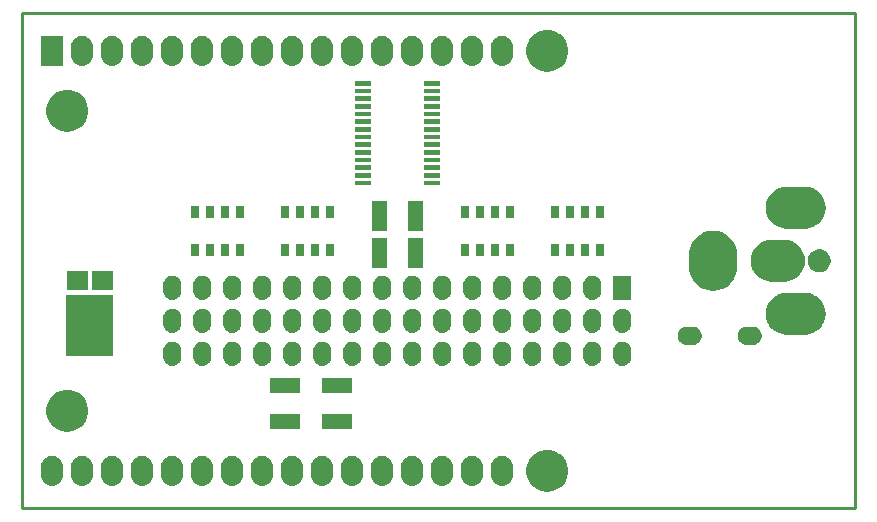
<source format=gbs>
G04 #@! TF.GenerationSoftware,KiCad,Pcbnew,6.0.0-rc1-unknown-4d73cfb~66~ubuntu18.04.1*
G04 #@! TF.CreationDate,2018-11-28T14:14:14-05:00
G04 #@! TF.ProjectId,servo_controller_3x2,73657276-6f5f-4636-9f6e-74726f6c6c65,1.0*
G04 #@! TF.SameCoordinates,Original*
G04 #@! TF.FileFunction,Soldermask,Bot*
G04 #@! TF.FilePolarity,Negative*
%FSLAX46Y46*%
G04 Gerber Fmt 4.6, Leading zero omitted, Abs format (unit mm)*
G04 Created by KiCad (PCBNEW 6.0.0-rc1-unknown-4d73cfb~66~ubuntu18.04.1) date Wed 28 Nov 2018 02:14:14 PM EST*
%MOMM*%
%LPD*%
G01*
G04 APERTURE LIST*
%ADD10C,0.228600*%
%ADD11C,0.100000*%
G04 APERTURE END LIST*
D10*
X156210000Y-67945000D02*
X85725000Y-67945000D01*
X156210000Y-109855000D02*
X156210000Y-67945000D01*
X85725000Y-109855000D02*
X156210000Y-109855000D01*
X85725000Y-67945000D02*
X85725000Y-109855000D01*
D11*
G36*
X130464620Y-104924776D02*
X130693625Y-104970328D01*
X131017197Y-105104355D01*
X131211339Y-105234077D01*
X131308409Y-105298937D01*
X131556063Y-105546591D01*
X131620923Y-105643661D01*
X131750645Y-105837803D01*
X131884672Y-106161375D01*
X131953000Y-106504883D01*
X131953000Y-106855117D01*
X131884672Y-107198625D01*
X131750645Y-107522197D01*
X131644115Y-107681630D01*
X131566704Y-107797484D01*
X131556062Y-107813410D01*
X131308410Y-108061062D01*
X131017197Y-108255645D01*
X130693625Y-108389672D01*
X130464620Y-108435224D01*
X130350118Y-108458000D01*
X129999882Y-108458000D01*
X129885380Y-108435224D01*
X129656375Y-108389672D01*
X129332803Y-108255645D01*
X129041590Y-108061062D01*
X128793938Y-107813410D01*
X128783297Y-107797484D01*
X128705885Y-107681630D01*
X128599355Y-107522197D01*
X128465328Y-107198625D01*
X128397000Y-106855117D01*
X128397000Y-106504883D01*
X128465328Y-106161375D01*
X128599355Y-105837803D01*
X128729077Y-105643661D01*
X128793937Y-105546591D01*
X129041591Y-105298937D01*
X129138661Y-105234077D01*
X129332803Y-105104355D01*
X129656375Y-104970328D01*
X129885380Y-104924776D01*
X129999882Y-104902000D01*
X130350118Y-104902000D01*
X130464620Y-104924776D01*
X130464620Y-104924776D01*
G37*
G36*
X88446739Y-105423414D02*
X88621501Y-105476427D01*
X88782563Y-105562516D01*
X88923730Y-105678370D01*
X89039584Y-105819537D01*
X89125673Y-105980598D01*
X89178686Y-106155360D01*
X89192100Y-106291556D01*
X89192100Y-107068443D01*
X89178686Y-107204639D01*
X89125673Y-107379402D01*
X89039584Y-107540463D01*
X88923730Y-107681630D01*
X88782563Y-107797484D01*
X88621502Y-107883573D01*
X88446740Y-107936586D01*
X88265000Y-107954486D01*
X88083261Y-107936586D01*
X87908499Y-107883573D01*
X87747438Y-107797484D01*
X87606271Y-107681630D01*
X87490417Y-107540463D01*
X87404329Y-107379403D01*
X87384719Y-107314760D01*
X87351315Y-107204643D01*
X87351315Y-107204640D01*
X87351314Y-107204638D01*
X87337900Y-107068444D01*
X87337900Y-106291557D01*
X87351314Y-106155361D01*
X87404327Y-105980599D01*
X87490416Y-105819537D01*
X87606270Y-105678370D01*
X87747437Y-105562516D01*
X87908498Y-105476427D01*
X88083260Y-105423414D01*
X88265000Y-105405514D01*
X88446739Y-105423414D01*
X88446739Y-105423414D01*
G37*
G36*
X90986739Y-105423414D02*
X91161501Y-105476427D01*
X91322563Y-105562516D01*
X91463730Y-105678370D01*
X91579584Y-105819537D01*
X91665673Y-105980598D01*
X91718686Y-106155360D01*
X91732100Y-106291556D01*
X91732100Y-107068443D01*
X91718686Y-107204639D01*
X91665673Y-107379402D01*
X91579584Y-107540463D01*
X91463730Y-107681630D01*
X91322563Y-107797484D01*
X91161502Y-107883573D01*
X90986740Y-107936586D01*
X90805000Y-107954486D01*
X90623261Y-107936586D01*
X90448499Y-107883573D01*
X90287438Y-107797484D01*
X90146271Y-107681630D01*
X90030417Y-107540463D01*
X89944329Y-107379403D01*
X89924719Y-107314760D01*
X89891315Y-107204643D01*
X89891315Y-107204640D01*
X89891314Y-107204638D01*
X89877900Y-107068444D01*
X89877900Y-106291557D01*
X89891314Y-106155361D01*
X89944327Y-105980599D01*
X90030416Y-105819537D01*
X90146270Y-105678370D01*
X90287437Y-105562516D01*
X90448498Y-105476427D01*
X90623260Y-105423414D01*
X90805000Y-105405514D01*
X90986739Y-105423414D01*
X90986739Y-105423414D01*
G37*
G36*
X108766739Y-105423414D02*
X108941501Y-105476427D01*
X109102563Y-105562516D01*
X109243730Y-105678370D01*
X109359584Y-105819537D01*
X109445673Y-105980598D01*
X109498686Y-106155360D01*
X109512100Y-106291556D01*
X109512100Y-107068443D01*
X109498686Y-107204639D01*
X109445673Y-107379402D01*
X109359584Y-107540463D01*
X109243730Y-107681630D01*
X109102563Y-107797484D01*
X108941502Y-107883573D01*
X108766740Y-107936586D01*
X108585000Y-107954486D01*
X108403261Y-107936586D01*
X108228499Y-107883573D01*
X108067438Y-107797484D01*
X107926271Y-107681630D01*
X107810417Y-107540463D01*
X107724329Y-107379403D01*
X107704719Y-107314760D01*
X107671315Y-107204643D01*
X107671315Y-107204640D01*
X107671314Y-107204638D01*
X107657900Y-107068444D01*
X107657900Y-106291557D01*
X107671314Y-106155361D01*
X107724327Y-105980599D01*
X107810416Y-105819537D01*
X107926270Y-105678370D01*
X108067437Y-105562516D01*
X108228498Y-105476427D01*
X108403260Y-105423414D01*
X108585000Y-105405514D01*
X108766739Y-105423414D01*
X108766739Y-105423414D01*
G37*
G36*
X93526739Y-105423414D02*
X93701501Y-105476427D01*
X93862563Y-105562516D01*
X94003730Y-105678370D01*
X94119584Y-105819537D01*
X94205673Y-105980598D01*
X94258686Y-106155360D01*
X94272100Y-106291556D01*
X94272100Y-107068443D01*
X94258686Y-107204639D01*
X94205673Y-107379402D01*
X94119584Y-107540463D01*
X94003730Y-107681630D01*
X93862563Y-107797484D01*
X93701502Y-107883573D01*
X93526740Y-107936586D01*
X93345000Y-107954486D01*
X93163261Y-107936586D01*
X92988499Y-107883573D01*
X92827438Y-107797484D01*
X92686271Y-107681630D01*
X92570417Y-107540463D01*
X92484329Y-107379403D01*
X92464719Y-107314760D01*
X92431315Y-107204643D01*
X92431315Y-107204640D01*
X92431314Y-107204638D01*
X92417900Y-107068444D01*
X92417900Y-106291557D01*
X92431314Y-106155361D01*
X92484327Y-105980599D01*
X92570416Y-105819537D01*
X92686270Y-105678370D01*
X92827437Y-105562516D01*
X92988498Y-105476427D01*
X93163260Y-105423414D01*
X93345000Y-105405514D01*
X93526739Y-105423414D01*
X93526739Y-105423414D01*
G37*
G36*
X96066739Y-105423414D02*
X96241501Y-105476427D01*
X96402563Y-105562516D01*
X96543730Y-105678370D01*
X96659584Y-105819537D01*
X96745673Y-105980598D01*
X96798686Y-106155360D01*
X96812100Y-106291556D01*
X96812100Y-107068443D01*
X96798686Y-107204639D01*
X96745673Y-107379402D01*
X96659584Y-107540463D01*
X96543730Y-107681630D01*
X96402563Y-107797484D01*
X96241502Y-107883573D01*
X96066740Y-107936586D01*
X95885000Y-107954486D01*
X95703261Y-107936586D01*
X95528499Y-107883573D01*
X95367438Y-107797484D01*
X95226271Y-107681630D01*
X95110417Y-107540463D01*
X95024329Y-107379403D01*
X95004719Y-107314760D01*
X94971315Y-107204643D01*
X94971315Y-107204640D01*
X94971314Y-107204638D01*
X94957900Y-107068444D01*
X94957900Y-106291557D01*
X94971314Y-106155361D01*
X95024327Y-105980599D01*
X95110416Y-105819537D01*
X95226270Y-105678370D01*
X95367437Y-105562516D01*
X95528498Y-105476427D01*
X95703260Y-105423414D01*
X95885000Y-105405514D01*
X96066739Y-105423414D01*
X96066739Y-105423414D01*
G37*
G36*
X98606739Y-105423414D02*
X98781501Y-105476427D01*
X98942563Y-105562516D01*
X99083730Y-105678370D01*
X99199584Y-105819537D01*
X99285673Y-105980598D01*
X99338686Y-106155360D01*
X99352100Y-106291556D01*
X99352100Y-107068443D01*
X99338686Y-107204639D01*
X99285673Y-107379402D01*
X99199584Y-107540463D01*
X99083730Y-107681630D01*
X98942563Y-107797484D01*
X98781502Y-107883573D01*
X98606740Y-107936586D01*
X98425000Y-107954486D01*
X98243261Y-107936586D01*
X98068499Y-107883573D01*
X97907438Y-107797484D01*
X97766271Y-107681630D01*
X97650417Y-107540463D01*
X97564329Y-107379403D01*
X97544719Y-107314760D01*
X97511315Y-107204643D01*
X97511315Y-107204640D01*
X97511314Y-107204638D01*
X97497900Y-107068444D01*
X97497900Y-106291557D01*
X97511314Y-106155361D01*
X97564327Y-105980599D01*
X97650416Y-105819537D01*
X97766270Y-105678370D01*
X97907437Y-105562516D01*
X98068498Y-105476427D01*
X98243260Y-105423414D01*
X98425000Y-105405514D01*
X98606739Y-105423414D01*
X98606739Y-105423414D01*
G37*
G36*
X101146739Y-105423414D02*
X101321501Y-105476427D01*
X101482563Y-105562516D01*
X101623730Y-105678370D01*
X101739584Y-105819537D01*
X101825673Y-105980598D01*
X101878686Y-106155360D01*
X101892100Y-106291556D01*
X101892100Y-107068443D01*
X101878686Y-107204639D01*
X101825673Y-107379402D01*
X101739584Y-107540463D01*
X101623730Y-107681630D01*
X101482563Y-107797484D01*
X101321502Y-107883573D01*
X101146740Y-107936586D01*
X100965000Y-107954486D01*
X100783261Y-107936586D01*
X100608499Y-107883573D01*
X100447438Y-107797484D01*
X100306271Y-107681630D01*
X100190417Y-107540463D01*
X100104329Y-107379403D01*
X100084719Y-107314760D01*
X100051315Y-107204643D01*
X100051315Y-107204640D01*
X100051314Y-107204638D01*
X100037900Y-107068444D01*
X100037900Y-106291557D01*
X100051314Y-106155361D01*
X100104327Y-105980599D01*
X100190416Y-105819537D01*
X100306270Y-105678370D01*
X100447437Y-105562516D01*
X100608498Y-105476427D01*
X100783260Y-105423414D01*
X100965000Y-105405514D01*
X101146739Y-105423414D01*
X101146739Y-105423414D01*
G37*
G36*
X103686739Y-105423414D02*
X103861501Y-105476427D01*
X104022563Y-105562516D01*
X104163730Y-105678370D01*
X104279584Y-105819537D01*
X104365673Y-105980598D01*
X104418686Y-106155360D01*
X104432100Y-106291556D01*
X104432100Y-107068443D01*
X104418686Y-107204639D01*
X104365673Y-107379402D01*
X104279584Y-107540463D01*
X104163730Y-107681630D01*
X104022563Y-107797484D01*
X103861502Y-107883573D01*
X103686740Y-107936586D01*
X103505000Y-107954486D01*
X103323261Y-107936586D01*
X103148499Y-107883573D01*
X102987438Y-107797484D01*
X102846271Y-107681630D01*
X102730417Y-107540463D01*
X102644329Y-107379403D01*
X102624719Y-107314760D01*
X102591315Y-107204643D01*
X102591315Y-107204640D01*
X102591314Y-107204638D01*
X102577900Y-107068444D01*
X102577900Y-106291557D01*
X102591314Y-106155361D01*
X102644327Y-105980599D01*
X102730416Y-105819537D01*
X102846270Y-105678370D01*
X102987437Y-105562516D01*
X103148498Y-105476427D01*
X103323260Y-105423414D01*
X103505000Y-105405514D01*
X103686739Y-105423414D01*
X103686739Y-105423414D01*
G37*
G36*
X111306739Y-105423414D02*
X111481501Y-105476427D01*
X111642563Y-105562516D01*
X111783730Y-105678370D01*
X111899584Y-105819537D01*
X111985673Y-105980598D01*
X112038686Y-106155360D01*
X112052100Y-106291556D01*
X112052100Y-107068443D01*
X112038686Y-107204639D01*
X111985673Y-107379402D01*
X111899584Y-107540463D01*
X111783730Y-107681630D01*
X111642563Y-107797484D01*
X111481502Y-107883573D01*
X111306740Y-107936586D01*
X111125000Y-107954486D01*
X110943261Y-107936586D01*
X110768499Y-107883573D01*
X110607438Y-107797484D01*
X110466271Y-107681630D01*
X110350417Y-107540463D01*
X110264329Y-107379403D01*
X110244719Y-107314760D01*
X110211315Y-107204643D01*
X110211315Y-107204640D01*
X110211314Y-107204638D01*
X110197900Y-107068444D01*
X110197900Y-106291557D01*
X110211314Y-106155361D01*
X110264327Y-105980599D01*
X110350416Y-105819537D01*
X110466270Y-105678370D01*
X110607437Y-105562516D01*
X110768498Y-105476427D01*
X110943260Y-105423414D01*
X111125000Y-105405514D01*
X111306739Y-105423414D01*
X111306739Y-105423414D01*
G37*
G36*
X113846739Y-105423414D02*
X114021501Y-105476427D01*
X114182563Y-105562516D01*
X114323730Y-105678370D01*
X114439584Y-105819537D01*
X114525673Y-105980598D01*
X114578686Y-106155360D01*
X114592100Y-106291556D01*
X114592100Y-107068443D01*
X114578686Y-107204639D01*
X114525673Y-107379402D01*
X114439584Y-107540463D01*
X114323730Y-107681630D01*
X114182563Y-107797484D01*
X114021502Y-107883573D01*
X113846740Y-107936586D01*
X113665000Y-107954486D01*
X113483261Y-107936586D01*
X113308499Y-107883573D01*
X113147438Y-107797484D01*
X113006271Y-107681630D01*
X112890417Y-107540463D01*
X112804329Y-107379403D01*
X112784719Y-107314760D01*
X112751315Y-107204643D01*
X112751315Y-107204640D01*
X112751314Y-107204638D01*
X112737900Y-107068444D01*
X112737900Y-106291557D01*
X112751314Y-106155361D01*
X112804327Y-105980599D01*
X112890416Y-105819537D01*
X113006270Y-105678370D01*
X113147437Y-105562516D01*
X113308498Y-105476427D01*
X113483260Y-105423414D01*
X113665000Y-105405514D01*
X113846739Y-105423414D01*
X113846739Y-105423414D01*
G37*
G36*
X116386739Y-105423414D02*
X116561501Y-105476427D01*
X116722563Y-105562516D01*
X116863730Y-105678370D01*
X116979584Y-105819537D01*
X117065673Y-105980598D01*
X117118686Y-106155360D01*
X117132100Y-106291556D01*
X117132100Y-107068443D01*
X117118686Y-107204639D01*
X117065673Y-107379402D01*
X116979584Y-107540463D01*
X116863730Y-107681630D01*
X116722563Y-107797484D01*
X116561502Y-107883573D01*
X116386740Y-107936586D01*
X116205000Y-107954486D01*
X116023261Y-107936586D01*
X115848499Y-107883573D01*
X115687438Y-107797484D01*
X115546271Y-107681630D01*
X115430417Y-107540463D01*
X115344329Y-107379403D01*
X115324719Y-107314760D01*
X115291315Y-107204643D01*
X115291315Y-107204640D01*
X115291314Y-107204638D01*
X115277900Y-107068444D01*
X115277900Y-106291557D01*
X115291314Y-106155361D01*
X115344327Y-105980599D01*
X115430416Y-105819537D01*
X115546270Y-105678370D01*
X115687437Y-105562516D01*
X115848498Y-105476427D01*
X116023260Y-105423414D01*
X116205000Y-105405514D01*
X116386739Y-105423414D01*
X116386739Y-105423414D01*
G37*
G36*
X118926739Y-105423414D02*
X119101501Y-105476427D01*
X119262563Y-105562516D01*
X119403730Y-105678370D01*
X119519584Y-105819537D01*
X119605673Y-105980598D01*
X119658686Y-106155360D01*
X119672100Y-106291556D01*
X119672100Y-107068443D01*
X119658686Y-107204639D01*
X119605673Y-107379402D01*
X119519584Y-107540463D01*
X119403730Y-107681630D01*
X119262563Y-107797484D01*
X119101502Y-107883573D01*
X118926740Y-107936586D01*
X118745000Y-107954486D01*
X118563261Y-107936586D01*
X118388499Y-107883573D01*
X118227438Y-107797484D01*
X118086271Y-107681630D01*
X117970417Y-107540463D01*
X117884329Y-107379403D01*
X117864719Y-107314760D01*
X117831315Y-107204643D01*
X117831315Y-107204640D01*
X117831314Y-107204638D01*
X117817900Y-107068444D01*
X117817900Y-106291557D01*
X117831314Y-106155361D01*
X117884327Y-105980599D01*
X117970416Y-105819537D01*
X118086270Y-105678370D01*
X118227437Y-105562516D01*
X118388498Y-105476427D01*
X118563260Y-105423414D01*
X118745000Y-105405514D01*
X118926739Y-105423414D01*
X118926739Y-105423414D01*
G37*
G36*
X121466739Y-105423414D02*
X121641501Y-105476427D01*
X121802563Y-105562516D01*
X121943730Y-105678370D01*
X122059584Y-105819537D01*
X122145673Y-105980598D01*
X122198686Y-106155360D01*
X122212100Y-106291556D01*
X122212100Y-107068443D01*
X122198686Y-107204639D01*
X122145673Y-107379402D01*
X122059584Y-107540463D01*
X121943730Y-107681630D01*
X121802563Y-107797484D01*
X121641502Y-107883573D01*
X121466740Y-107936586D01*
X121285000Y-107954486D01*
X121103261Y-107936586D01*
X120928499Y-107883573D01*
X120767438Y-107797484D01*
X120626271Y-107681630D01*
X120510417Y-107540463D01*
X120424329Y-107379403D01*
X120404719Y-107314760D01*
X120371315Y-107204643D01*
X120371315Y-107204640D01*
X120371314Y-107204638D01*
X120357900Y-107068444D01*
X120357900Y-106291557D01*
X120371314Y-106155361D01*
X120424327Y-105980599D01*
X120510416Y-105819537D01*
X120626270Y-105678370D01*
X120767437Y-105562516D01*
X120928498Y-105476427D01*
X121103260Y-105423414D01*
X121285000Y-105405514D01*
X121466739Y-105423414D01*
X121466739Y-105423414D01*
G37*
G36*
X124006739Y-105423414D02*
X124181501Y-105476427D01*
X124342563Y-105562516D01*
X124483730Y-105678370D01*
X124599584Y-105819537D01*
X124685673Y-105980598D01*
X124738686Y-106155360D01*
X124752100Y-106291556D01*
X124752100Y-107068443D01*
X124738686Y-107204639D01*
X124685673Y-107379402D01*
X124599584Y-107540463D01*
X124483730Y-107681630D01*
X124342563Y-107797484D01*
X124181502Y-107883573D01*
X124006740Y-107936586D01*
X123825000Y-107954486D01*
X123643261Y-107936586D01*
X123468499Y-107883573D01*
X123307438Y-107797484D01*
X123166271Y-107681630D01*
X123050417Y-107540463D01*
X122964329Y-107379403D01*
X122944719Y-107314760D01*
X122911315Y-107204643D01*
X122911315Y-107204640D01*
X122911314Y-107204638D01*
X122897900Y-107068444D01*
X122897900Y-106291557D01*
X122911314Y-106155361D01*
X122964327Y-105980599D01*
X123050416Y-105819537D01*
X123166270Y-105678370D01*
X123307437Y-105562516D01*
X123468498Y-105476427D01*
X123643260Y-105423414D01*
X123825000Y-105405514D01*
X124006739Y-105423414D01*
X124006739Y-105423414D01*
G37*
G36*
X126546739Y-105423414D02*
X126721501Y-105476427D01*
X126882563Y-105562516D01*
X127023730Y-105678370D01*
X127139584Y-105819537D01*
X127225673Y-105980598D01*
X127278686Y-106155360D01*
X127292100Y-106291556D01*
X127292100Y-107068443D01*
X127278686Y-107204639D01*
X127225673Y-107379402D01*
X127139584Y-107540463D01*
X127023730Y-107681630D01*
X126882563Y-107797484D01*
X126721502Y-107883573D01*
X126546740Y-107936586D01*
X126365000Y-107954486D01*
X126183261Y-107936586D01*
X126008499Y-107883573D01*
X125847438Y-107797484D01*
X125706271Y-107681630D01*
X125590417Y-107540463D01*
X125504329Y-107379403D01*
X125484719Y-107314760D01*
X125451315Y-107204643D01*
X125451315Y-107204640D01*
X125451314Y-107204638D01*
X125437900Y-107068444D01*
X125437900Y-106291557D01*
X125451314Y-106155361D01*
X125504327Y-105980599D01*
X125590416Y-105819537D01*
X125706270Y-105678370D01*
X125847437Y-105562516D01*
X126008498Y-105476427D01*
X126183260Y-105423414D01*
X126365000Y-105405514D01*
X126546739Y-105423414D01*
X126546739Y-105423414D01*
G37*
G36*
X106226739Y-105423414D02*
X106401501Y-105476427D01*
X106562563Y-105562516D01*
X106703730Y-105678370D01*
X106819584Y-105819537D01*
X106905673Y-105980598D01*
X106958686Y-106155360D01*
X106972100Y-106291556D01*
X106972100Y-107068443D01*
X106958686Y-107204639D01*
X106905673Y-107379402D01*
X106819584Y-107540463D01*
X106703730Y-107681630D01*
X106562563Y-107797484D01*
X106401502Y-107883573D01*
X106226740Y-107936586D01*
X106045000Y-107954486D01*
X105863261Y-107936586D01*
X105688499Y-107883573D01*
X105527438Y-107797484D01*
X105386271Y-107681630D01*
X105270417Y-107540463D01*
X105184329Y-107379403D01*
X105164719Y-107314760D01*
X105131315Y-107204643D01*
X105131315Y-107204640D01*
X105131314Y-107204638D01*
X105117900Y-107068444D01*
X105117900Y-106291557D01*
X105131314Y-106155361D01*
X105184327Y-105980599D01*
X105270416Y-105819537D01*
X105386270Y-105678370D01*
X105527437Y-105562516D01*
X105688498Y-105476427D01*
X105863260Y-105423414D01*
X106045000Y-105405514D01*
X106226739Y-105423414D01*
X106226739Y-105423414D01*
G37*
G36*
X89824620Y-99844776D02*
X90053625Y-99890328D01*
X90377197Y-100024355D01*
X90668410Y-100218938D01*
X90916062Y-100466590D01*
X91110645Y-100757803D01*
X91244672Y-101081375D01*
X91313000Y-101424883D01*
X91313000Y-101775117D01*
X91244672Y-102118625D01*
X91110645Y-102442197D01*
X90916062Y-102733410D01*
X90668410Y-102981062D01*
X90377197Y-103175645D01*
X90053625Y-103309672D01*
X89824620Y-103355224D01*
X89710118Y-103378000D01*
X89359882Y-103378000D01*
X89245380Y-103355224D01*
X89016375Y-103309672D01*
X88692803Y-103175645D01*
X88401590Y-102981062D01*
X88153938Y-102733410D01*
X87959355Y-102442197D01*
X87825328Y-102118625D01*
X87757000Y-101775117D01*
X87757000Y-101424883D01*
X87825328Y-101081375D01*
X87959355Y-100757803D01*
X88153938Y-100466590D01*
X88401590Y-100218938D01*
X88692803Y-100024355D01*
X89016375Y-99890328D01*
X89245380Y-99844776D01*
X89359882Y-99822000D01*
X89710118Y-99822000D01*
X89824620Y-99844776D01*
X89824620Y-99844776D01*
G37*
G36*
X109220000Y-103124000D02*
X106680000Y-103124000D01*
X106680000Y-101854000D01*
X109220000Y-101854000D01*
X109220000Y-103124000D01*
X109220000Y-103124000D01*
G37*
G36*
X113665000Y-103124000D02*
X111125000Y-103124000D01*
X111125000Y-101854000D01*
X113665000Y-101854000D01*
X113665000Y-103124000D01*
X113665000Y-103124000D01*
G37*
G36*
X113665000Y-100076000D02*
X111125000Y-100076000D01*
X111125000Y-98806000D01*
X113665000Y-98806000D01*
X113665000Y-100076000D01*
X113665000Y-100076000D01*
G37*
G36*
X109220000Y-100076000D02*
X106680000Y-100076000D01*
X106680000Y-98806000D01*
X109220000Y-98806000D01*
X109220000Y-100076000D01*
X109220000Y-100076000D01*
G37*
G36*
X134134373Y-95769025D02*
X134134376Y-95769026D01*
X134134377Y-95769026D01*
X134278014Y-95812598D01*
X134393299Y-95874219D01*
X134410393Y-95883356D01*
X134526422Y-95978578D01*
X134621644Y-96094606D01*
X134621645Y-96094608D01*
X134692402Y-96226985D01*
X134692402Y-96226986D01*
X134735975Y-96370626D01*
X134747000Y-96482568D01*
X134747000Y-97065432D01*
X134735975Y-97177374D01*
X134735974Y-97177377D01*
X134735974Y-97177378D01*
X134692402Y-97321015D01*
X134630781Y-97436300D01*
X134621644Y-97453394D01*
X134526422Y-97569422D01*
X134410394Y-97664644D01*
X134410392Y-97664645D01*
X134278015Y-97735402D01*
X134134378Y-97778974D01*
X134134377Y-97778974D01*
X134134374Y-97778975D01*
X133985000Y-97793687D01*
X133835627Y-97778975D01*
X133835624Y-97778974D01*
X133835623Y-97778974D01*
X133691986Y-97735402D01*
X133559609Y-97664645D01*
X133559607Y-97664644D01*
X133443579Y-97569422D01*
X133348354Y-97453391D01*
X133277600Y-97321021D01*
X133234025Y-97177374D01*
X133223000Y-97065432D01*
X133223000Y-96482569D01*
X133234025Y-96370627D01*
X133234026Y-96370623D01*
X133277598Y-96226986D01*
X133348355Y-96094609D01*
X133348356Y-96094607D01*
X133443578Y-95978578D01*
X133559606Y-95883356D01*
X133576700Y-95874219D01*
X133691985Y-95812598D01*
X133835622Y-95769026D01*
X133835623Y-95769026D01*
X133835626Y-95769025D01*
X133985000Y-95754313D01*
X134134373Y-95769025D01*
X134134373Y-95769025D01*
G37*
G36*
X101114373Y-95769025D02*
X101114376Y-95769026D01*
X101114377Y-95769026D01*
X101258014Y-95812598D01*
X101373299Y-95874219D01*
X101390393Y-95883356D01*
X101506422Y-95978578D01*
X101601644Y-96094606D01*
X101601645Y-96094608D01*
X101672402Y-96226985D01*
X101672402Y-96226986D01*
X101715975Y-96370626D01*
X101727000Y-96482568D01*
X101727000Y-97065432D01*
X101715975Y-97177374D01*
X101715974Y-97177377D01*
X101715974Y-97177378D01*
X101672402Y-97321015D01*
X101610781Y-97436300D01*
X101601644Y-97453394D01*
X101506422Y-97569422D01*
X101390394Y-97664644D01*
X101390392Y-97664645D01*
X101258015Y-97735402D01*
X101114378Y-97778974D01*
X101114377Y-97778974D01*
X101114374Y-97778975D01*
X100965000Y-97793687D01*
X100815627Y-97778975D01*
X100815624Y-97778974D01*
X100815623Y-97778974D01*
X100671986Y-97735402D01*
X100539609Y-97664645D01*
X100539607Y-97664644D01*
X100423579Y-97569422D01*
X100328354Y-97453391D01*
X100257600Y-97321021D01*
X100214025Y-97177374D01*
X100203000Y-97065432D01*
X100203000Y-96482569D01*
X100214025Y-96370627D01*
X100214026Y-96370623D01*
X100257598Y-96226986D01*
X100328355Y-96094609D01*
X100328356Y-96094607D01*
X100423578Y-95978578D01*
X100539606Y-95883356D01*
X100556700Y-95874219D01*
X100671985Y-95812598D01*
X100815622Y-95769026D01*
X100815623Y-95769026D01*
X100815626Y-95769025D01*
X100965000Y-95754313D01*
X101114373Y-95769025D01*
X101114373Y-95769025D01*
G37*
G36*
X103654373Y-95769025D02*
X103654376Y-95769026D01*
X103654377Y-95769026D01*
X103798014Y-95812598D01*
X103913299Y-95874219D01*
X103930393Y-95883356D01*
X104046422Y-95978578D01*
X104141644Y-96094606D01*
X104141645Y-96094608D01*
X104212402Y-96226985D01*
X104212402Y-96226986D01*
X104255975Y-96370626D01*
X104267000Y-96482568D01*
X104267000Y-97065432D01*
X104255975Y-97177374D01*
X104255974Y-97177377D01*
X104255974Y-97177378D01*
X104212402Y-97321015D01*
X104150781Y-97436300D01*
X104141644Y-97453394D01*
X104046422Y-97569422D01*
X103930394Y-97664644D01*
X103930392Y-97664645D01*
X103798015Y-97735402D01*
X103654378Y-97778974D01*
X103654377Y-97778974D01*
X103654374Y-97778975D01*
X103505000Y-97793687D01*
X103355627Y-97778975D01*
X103355624Y-97778974D01*
X103355623Y-97778974D01*
X103211986Y-97735402D01*
X103079609Y-97664645D01*
X103079607Y-97664644D01*
X102963579Y-97569422D01*
X102868354Y-97453391D01*
X102797600Y-97321021D01*
X102754025Y-97177374D01*
X102743000Y-97065432D01*
X102743000Y-96482569D01*
X102754025Y-96370627D01*
X102754026Y-96370623D01*
X102797598Y-96226986D01*
X102868355Y-96094609D01*
X102868356Y-96094607D01*
X102963578Y-95978578D01*
X103079606Y-95883356D01*
X103096700Y-95874219D01*
X103211985Y-95812598D01*
X103355622Y-95769026D01*
X103355623Y-95769026D01*
X103355626Y-95769025D01*
X103505000Y-95754313D01*
X103654373Y-95769025D01*
X103654373Y-95769025D01*
G37*
G36*
X106194373Y-95769025D02*
X106194376Y-95769026D01*
X106194377Y-95769026D01*
X106338014Y-95812598D01*
X106453299Y-95874219D01*
X106470393Y-95883356D01*
X106586422Y-95978578D01*
X106681644Y-96094606D01*
X106681645Y-96094608D01*
X106752402Y-96226985D01*
X106752402Y-96226986D01*
X106795975Y-96370626D01*
X106807000Y-96482568D01*
X106807000Y-97065432D01*
X106795975Y-97177374D01*
X106795974Y-97177377D01*
X106795974Y-97177378D01*
X106752402Y-97321015D01*
X106690781Y-97436300D01*
X106681644Y-97453394D01*
X106586422Y-97569422D01*
X106470394Y-97664644D01*
X106470392Y-97664645D01*
X106338015Y-97735402D01*
X106194378Y-97778974D01*
X106194377Y-97778974D01*
X106194374Y-97778975D01*
X106045000Y-97793687D01*
X105895627Y-97778975D01*
X105895624Y-97778974D01*
X105895623Y-97778974D01*
X105751986Y-97735402D01*
X105619609Y-97664645D01*
X105619607Y-97664644D01*
X105503579Y-97569422D01*
X105408354Y-97453391D01*
X105337600Y-97321021D01*
X105294025Y-97177374D01*
X105283000Y-97065432D01*
X105283000Y-96482569D01*
X105294025Y-96370627D01*
X105294026Y-96370623D01*
X105337598Y-96226986D01*
X105408355Y-96094609D01*
X105408356Y-96094607D01*
X105503578Y-95978578D01*
X105619606Y-95883356D01*
X105636700Y-95874219D01*
X105751985Y-95812598D01*
X105895622Y-95769026D01*
X105895623Y-95769026D01*
X105895626Y-95769025D01*
X106045000Y-95754313D01*
X106194373Y-95769025D01*
X106194373Y-95769025D01*
G37*
G36*
X108734373Y-95769025D02*
X108734376Y-95769026D01*
X108734377Y-95769026D01*
X108878014Y-95812598D01*
X108993299Y-95874219D01*
X109010393Y-95883356D01*
X109126422Y-95978578D01*
X109221644Y-96094606D01*
X109221645Y-96094608D01*
X109292402Y-96226985D01*
X109292402Y-96226986D01*
X109335975Y-96370626D01*
X109347000Y-96482568D01*
X109347000Y-97065432D01*
X109335975Y-97177374D01*
X109335974Y-97177377D01*
X109335974Y-97177378D01*
X109292402Y-97321015D01*
X109230781Y-97436300D01*
X109221644Y-97453394D01*
X109126422Y-97569422D01*
X109010394Y-97664644D01*
X109010392Y-97664645D01*
X108878015Y-97735402D01*
X108734378Y-97778974D01*
X108734377Y-97778974D01*
X108734374Y-97778975D01*
X108585000Y-97793687D01*
X108435627Y-97778975D01*
X108435624Y-97778974D01*
X108435623Y-97778974D01*
X108291986Y-97735402D01*
X108159609Y-97664645D01*
X108159607Y-97664644D01*
X108043579Y-97569422D01*
X107948354Y-97453391D01*
X107877600Y-97321021D01*
X107834025Y-97177374D01*
X107823000Y-97065432D01*
X107823000Y-96482569D01*
X107834025Y-96370627D01*
X107834026Y-96370623D01*
X107877598Y-96226986D01*
X107948355Y-96094609D01*
X107948356Y-96094607D01*
X108043578Y-95978578D01*
X108159606Y-95883356D01*
X108176700Y-95874219D01*
X108291985Y-95812598D01*
X108435622Y-95769026D01*
X108435623Y-95769026D01*
X108435626Y-95769025D01*
X108585000Y-95754313D01*
X108734373Y-95769025D01*
X108734373Y-95769025D01*
G37*
G36*
X111274373Y-95769025D02*
X111274376Y-95769026D01*
X111274377Y-95769026D01*
X111418014Y-95812598D01*
X111533299Y-95874219D01*
X111550393Y-95883356D01*
X111666422Y-95978578D01*
X111761644Y-96094606D01*
X111761645Y-96094608D01*
X111832402Y-96226985D01*
X111832402Y-96226986D01*
X111875975Y-96370626D01*
X111887000Y-96482568D01*
X111887000Y-97065432D01*
X111875975Y-97177374D01*
X111875974Y-97177377D01*
X111875974Y-97177378D01*
X111832402Y-97321015D01*
X111770781Y-97436300D01*
X111761644Y-97453394D01*
X111666422Y-97569422D01*
X111550394Y-97664644D01*
X111550392Y-97664645D01*
X111418015Y-97735402D01*
X111274378Y-97778974D01*
X111274377Y-97778974D01*
X111274374Y-97778975D01*
X111125000Y-97793687D01*
X110975627Y-97778975D01*
X110975624Y-97778974D01*
X110975623Y-97778974D01*
X110831986Y-97735402D01*
X110699609Y-97664645D01*
X110699607Y-97664644D01*
X110583579Y-97569422D01*
X110488354Y-97453391D01*
X110417600Y-97321021D01*
X110374025Y-97177374D01*
X110363000Y-97065432D01*
X110363000Y-96482569D01*
X110374025Y-96370627D01*
X110374026Y-96370623D01*
X110417598Y-96226986D01*
X110488355Y-96094609D01*
X110488356Y-96094607D01*
X110583578Y-95978578D01*
X110699606Y-95883356D01*
X110716700Y-95874219D01*
X110831985Y-95812598D01*
X110975622Y-95769026D01*
X110975623Y-95769026D01*
X110975626Y-95769025D01*
X111125000Y-95754313D01*
X111274373Y-95769025D01*
X111274373Y-95769025D01*
G37*
G36*
X113814373Y-95769025D02*
X113814376Y-95769026D01*
X113814377Y-95769026D01*
X113958014Y-95812598D01*
X114073299Y-95874219D01*
X114090393Y-95883356D01*
X114206422Y-95978578D01*
X114301644Y-96094606D01*
X114301645Y-96094608D01*
X114372402Y-96226985D01*
X114372402Y-96226986D01*
X114415975Y-96370626D01*
X114427000Y-96482568D01*
X114427000Y-97065432D01*
X114415975Y-97177374D01*
X114415974Y-97177377D01*
X114415974Y-97177378D01*
X114372402Y-97321015D01*
X114310781Y-97436300D01*
X114301644Y-97453394D01*
X114206422Y-97569422D01*
X114090394Y-97664644D01*
X114090392Y-97664645D01*
X113958015Y-97735402D01*
X113814378Y-97778974D01*
X113814377Y-97778974D01*
X113814374Y-97778975D01*
X113665000Y-97793687D01*
X113515627Y-97778975D01*
X113515624Y-97778974D01*
X113515623Y-97778974D01*
X113371986Y-97735402D01*
X113239609Y-97664645D01*
X113239607Y-97664644D01*
X113123579Y-97569422D01*
X113028354Y-97453391D01*
X112957600Y-97321021D01*
X112914025Y-97177374D01*
X112903000Y-97065432D01*
X112903000Y-96482569D01*
X112914025Y-96370627D01*
X112914026Y-96370623D01*
X112957598Y-96226986D01*
X113028355Y-96094609D01*
X113028356Y-96094607D01*
X113123578Y-95978578D01*
X113239606Y-95883356D01*
X113256700Y-95874219D01*
X113371985Y-95812598D01*
X113515622Y-95769026D01*
X113515623Y-95769026D01*
X113515626Y-95769025D01*
X113665000Y-95754313D01*
X113814373Y-95769025D01*
X113814373Y-95769025D01*
G37*
G36*
X116354373Y-95769025D02*
X116354376Y-95769026D01*
X116354377Y-95769026D01*
X116498014Y-95812598D01*
X116613299Y-95874219D01*
X116630393Y-95883356D01*
X116746422Y-95978578D01*
X116841644Y-96094606D01*
X116841645Y-96094608D01*
X116912402Y-96226985D01*
X116912402Y-96226986D01*
X116955975Y-96370626D01*
X116967000Y-96482568D01*
X116967000Y-97065432D01*
X116955975Y-97177374D01*
X116955974Y-97177377D01*
X116955974Y-97177378D01*
X116912402Y-97321015D01*
X116850781Y-97436300D01*
X116841644Y-97453394D01*
X116746422Y-97569422D01*
X116630394Y-97664644D01*
X116630392Y-97664645D01*
X116498015Y-97735402D01*
X116354378Y-97778974D01*
X116354377Y-97778974D01*
X116354374Y-97778975D01*
X116205000Y-97793687D01*
X116055627Y-97778975D01*
X116055624Y-97778974D01*
X116055623Y-97778974D01*
X115911986Y-97735402D01*
X115779609Y-97664645D01*
X115779607Y-97664644D01*
X115663579Y-97569422D01*
X115568354Y-97453391D01*
X115497600Y-97321021D01*
X115454025Y-97177374D01*
X115443000Y-97065432D01*
X115443000Y-96482569D01*
X115454025Y-96370627D01*
X115454026Y-96370623D01*
X115497598Y-96226986D01*
X115568355Y-96094609D01*
X115568356Y-96094607D01*
X115663578Y-95978578D01*
X115779606Y-95883356D01*
X115796700Y-95874219D01*
X115911985Y-95812598D01*
X116055622Y-95769026D01*
X116055623Y-95769026D01*
X116055626Y-95769025D01*
X116205000Y-95754313D01*
X116354373Y-95769025D01*
X116354373Y-95769025D01*
G37*
G36*
X126514373Y-95769025D02*
X126514376Y-95769026D01*
X126514377Y-95769026D01*
X126658014Y-95812598D01*
X126773299Y-95874219D01*
X126790393Y-95883356D01*
X126906422Y-95978578D01*
X127001644Y-96094606D01*
X127001645Y-96094608D01*
X127072402Y-96226985D01*
X127072402Y-96226986D01*
X127115975Y-96370626D01*
X127127000Y-96482568D01*
X127127000Y-97065432D01*
X127115975Y-97177374D01*
X127115974Y-97177377D01*
X127115974Y-97177378D01*
X127072402Y-97321015D01*
X127010781Y-97436300D01*
X127001644Y-97453394D01*
X126906422Y-97569422D01*
X126790394Y-97664644D01*
X126790392Y-97664645D01*
X126658015Y-97735402D01*
X126514378Y-97778974D01*
X126514377Y-97778974D01*
X126514374Y-97778975D01*
X126365000Y-97793687D01*
X126215627Y-97778975D01*
X126215624Y-97778974D01*
X126215623Y-97778974D01*
X126071986Y-97735402D01*
X125939609Y-97664645D01*
X125939607Y-97664644D01*
X125823579Y-97569422D01*
X125728354Y-97453391D01*
X125657600Y-97321021D01*
X125614025Y-97177374D01*
X125603000Y-97065432D01*
X125603000Y-96482569D01*
X125614025Y-96370627D01*
X125614026Y-96370623D01*
X125657598Y-96226986D01*
X125728355Y-96094609D01*
X125728356Y-96094607D01*
X125823578Y-95978578D01*
X125939606Y-95883356D01*
X125956700Y-95874219D01*
X126071985Y-95812598D01*
X126215622Y-95769026D01*
X126215623Y-95769026D01*
X126215626Y-95769025D01*
X126365000Y-95754313D01*
X126514373Y-95769025D01*
X126514373Y-95769025D01*
G37*
G36*
X123974373Y-95769025D02*
X123974376Y-95769026D01*
X123974377Y-95769026D01*
X124118014Y-95812598D01*
X124233299Y-95874219D01*
X124250393Y-95883356D01*
X124366422Y-95978578D01*
X124461644Y-96094606D01*
X124461645Y-96094608D01*
X124532402Y-96226985D01*
X124532402Y-96226986D01*
X124575975Y-96370626D01*
X124587000Y-96482568D01*
X124587000Y-97065432D01*
X124575975Y-97177374D01*
X124575974Y-97177377D01*
X124575974Y-97177378D01*
X124532402Y-97321015D01*
X124470781Y-97436300D01*
X124461644Y-97453394D01*
X124366422Y-97569422D01*
X124250394Y-97664644D01*
X124250392Y-97664645D01*
X124118015Y-97735402D01*
X123974378Y-97778974D01*
X123974377Y-97778974D01*
X123974374Y-97778975D01*
X123825000Y-97793687D01*
X123675627Y-97778975D01*
X123675624Y-97778974D01*
X123675623Y-97778974D01*
X123531986Y-97735402D01*
X123399609Y-97664645D01*
X123399607Y-97664644D01*
X123283579Y-97569422D01*
X123188354Y-97453391D01*
X123117600Y-97321021D01*
X123074025Y-97177374D01*
X123063000Y-97065432D01*
X123063000Y-96482569D01*
X123074025Y-96370627D01*
X123074026Y-96370623D01*
X123117598Y-96226986D01*
X123188355Y-96094609D01*
X123188356Y-96094607D01*
X123283578Y-95978578D01*
X123399606Y-95883356D01*
X123416700Y-95874219D01*
X123531985Y-95812598D01*
X123675622Y-95769026D01*
X123675623Y-95769026D01*
X123675626Y-95769025D01*
X123825000Y-95754313D01*
X123974373Y-95769025D01*
X123974373Y-95769025D01*
G37*
G36*
X129054373Y-95769025D02*
X129054376Y-95769026D01*
X129054377Y-95769026D01*
X129198014Y-95812598D01*
X129313299Y-95874219D01*
X129330393Y-95883356D01*
X129446422Y-95978578D01*
X129541644Y-96094606D01*
X129541645Y-96094608D01*
X129612402Y-96226985D01*
X129612402Y-96226986D01*
X129655975Y-96370626D01*
X129667000Y-96482568D01*
X129667000Y-97065432D01*
X129655975Y-97177374D01*
X129655974Y-97177377D01*
X129655974Y-97177378D01*
X129612402Y-97321015D01*
X129550781Y-97436300D01*
X129541644Y-97453394D01*
X129446422Y-97569422D01*
X129330394Y-97664644D01*
X129330392Y-97664645D01*
X129198015Y-97735402D01*
X129054378Y-97778974D01*
X129054377Y-97778974D01*
X129054374Y-97778975D01*
X128905000Y-97793687D01*
X128755627Y-97778975D01*
X128755624Y-97778974D01*
X128755623Y-97778974D01*
X128611986Y-97735402D01*
X128479609Y-97664645D01*
X128479607Y-97664644D01*
X128363579Y-97569422D01*
X128268354Y-97453391D01*
X128197600Y-97321021D01*
X128154025Y-97177374D01*
X128143000Y-97065432D01*
X128143000Y-96482569D01*
X128154025Y-96370627D01*
X128154026Y-96370623D01*
X128197598Y-96226986D01*
X128268355Y-96094609D01*
X128268356Y-96094607D01*
X128363578Y-95978578D01*
X128479606Y-95883356D01*
X128496700Y-95874219D01*
X128611985Y-95812598D01*
X128755622Y-95769026D01*
X128755623Y-95769026D01*
X128755626Y-95769025D01*
X128905000Y-95754313D01*
X129054373Y-95769025D01*
X129054373Y-95769025D01*
G37*
G36*
X131594373Y-95769025D02*
X131594376Y-95769026D01*
X131594377Y-95769026D01*
X131738014Y-95812598D01*
X131853299Y-95874219D01*
X131870393Y-95883356D01*
X131986422Y-95978578D01*
X132081644Y-96094606D01*
X132081645Y-96094608D01*
X132152402Y-96226985D01*
X132152402Y-96226986D01*
X132195975Y-96370626D01*
X132207000Y-96482568D01*
X132207000Y-97065432D01*
X132195975Y-97177374D01*
X132195974Y-97177377D01*
X132195974Y-97177378D01*
X132152402Y-97321015D01*
X132090781Y-97436300D01*
X132081644Y-97453394D01*
X131986422Y-97569422D01*
X131870394Y-97664644D01*
X131870392Y-97664645D01*
X131738015Y-97735402D01*
X131594378Y-97778974D01*
X131594377Y-97778974D01*
X131594374Y-97778975D01*
X131445000Y-97793687D01*
X131295627Y-97778975D01*
X131295624Y-97778974D01*
X131295623Y-97778974D01*
X131151986Y-97735402D01*
X131019609Y-97664645D01*
X131019607Y-97664644D01*
X130903579Y-97569422D01*
X130808354Y-97453391D01*
X130737600Y-97321021D01*
X130694025Y-97177374D01*
X130683000Y-97065432D01*
X130683000Y-96482569D01*
X130694025Y-96370627D01*
X130694026Y-96370623D01*
X130737598Y-96226986D01*
X130808355Y-96094609D01*
X130808356Y-96094607D01*
X130903578Y-95978578D01*
X131019606Y-95883356D01*
X131036700Y-95874219D01*
X131151985Y-95812598D01*
X131295622Y-95769026D01*
X131295623Y-95769026D01*
X131295626Y-95769025D01*
X131445000Y-95754313D01*
X131594373Y-95769025D01*
X131594373Y-95769025D01*
G37*
G36*
X121434373Y-95769025D02*
X121434376Y-95769026D01*
X121434377Y-95769026D01*
X121578014Y-95812598D01*
X121693299Y-95874219D01*
X121710393Y-95883356D01*
X121826422Y-95978578D01*
X121921644Y-96094606D01*
X121921645Y-96094608D01*
X121992402Y-96226985D01*
X121992402Y-96226986D01*
X122035975Y-96370626D01*
X122047000Y-96482568D01*
X122047000Y-97065432D01*
X122035975Y-97177374D01*
X122035974Y-97177377D01*
X122035974Y-97177378D01*
X121992402Y-97321015D01*
X121930781Y-97436300D01*
X121921644Y-97453394D01*
X121826422Y-97569422D01*
X121710394Y-97664644D01*
X121710392Y-97664645D01*
X121578015Y-97735402D01*
X121434378Y-97778974D01*
X121434377Y-97778974D01*
X121434374Y-97778975D01*
X121285000Y-97793687D01*
X121135627Y-97778975D01*
X121135624Y-97778974D01*
X121135623Y-97778974D01*
X120991986Y-97735402D01*
X120859609Y-97664645D01*
X120859607Y-97664644D01*
X120743579Y-97569422D01*
X120648354Y-97453391D01*
X120577600Y-97321021D01*
X120534025Y-97177374D01*
X120523000Y-97065432D01*
X120523000Y-96482569D01*
X120534025Y-96370627D01*
X120534026Y-96370623D01*
X120577598Y-96226986D01*
X120648355Y-96094609D01*
X120648356Y-96094607D01*
X120743578Y-95978578D01*
X120859606Y-95883356D01*
X120876700Y-95874219D01*
X120991985Y-95812598D01*
X121135622Y-95769026D01*
X121135623Y-95769026D01*
X121135626Y-95769025D01*
X121285000Y-95754313D01*
X121434373Y-95769025D01*
X121434373Y-95769025D01*
G37*
G36*
X136674373Y-95769025D02*
X136674376Y-95769026D01*
X136674377Y-95769026D01*
X136818014Y-95812598D01*
X136933299Y-95874219D01*
X136950393Y-95883356D01*
X137066422Y-95978578D01*
X137161644Y-96094606D01*
X137161645Y-96094608D01*
X137232402Y-96226985D01*
X137232402Y-96226986D01*
X137275975Y-96370626D01*
X137287000Y-96482568D01*
X137287000Y-97065432D01*
X137275975Y-97177374D01*
X137275974Y-97177377D01*
X137275974Y-97177378D01*
X137232402Y-97321015D01*
X137170781Y-97436300D01*
X137161644Y-97453394D01*
X137066422Y-97569422D01*
X136950394Y-97664644D01*
X136950392Y-97664645D01*
X136818015Y-97735402D01*
X136674378Y-97778974D01*
X136674377Y-97778974D01*
X136674374Y-97778975D01*
X136525000Y-97793687D01*
X136375627Y-97778975D01*
X136375624Y-97778974D01*
X136375623Y-97778974D01*
X136231986Y-97735402D01*
X136099609Y-97664645D01*
X136099607Y-97664644D01*
X135983579Y-97569422D01*
X135888354Y-97453391D01*
X135817600Y-97321021D01*
X135774025Y-97177374D01*
X135763000Y-97065432D01*
X135763000Y-96482569D01*
X135774025Y-96370627D01*
X135774026Y-96370623D01*
X135817598Y-96226986D01*
X135888355Y-96094609D01*
X135888356Y-96094607D01*
X135983578Y-95978578D01*
X136099606Y-95883356D01*
X136116700Y-95874219D01*
X136231985Y-95812598D01*
X136375622Y-95769026D01*
X136375623Y-95769026D01*
X136375626Y-95769025D01*
X136525000Y-95754313D01*
X136674373Y-95769025D01*
X136674373Y-95769025D01*
G37*
G36*
X98574373Y-95769025D02*
X98574376Y-95769026D01*
X98574377Y-95769026D01*
X98718014Y-95812598D01*
X98833299Y-95874219D01*
X98850393Y-95883356D01*
X98966422Y-95978578D01*
X99061644Y-96094606D01*
X99061645Y-96094608D01*
X99132402Y-96226985D01*
X99132402Y-96226986D01*
X99175975Y-96370626D01*
X99187000Y-96482568D01*
X99187000Y-97065432D01*
X99175975Y-97177374D01*
X99175974Y-97177377D01*
X99175974Y-97177378D01*
X99132402Y-97321015D01*
X99070781Y-97436300D01*
X99061644Y-97453394D01*
X98966422Y-97569422D01*
X98850394Y-97664644D01*
X98850392Y-97664645D01*
X98718015Y-97735402D01*
X98574378Y-97778974D01*
X98574377Y-97778974D01*
X98574374Y-97778975D01*
X98425000Y-97793687D01*
X98275627Y-97778975D01*
X98275624Y-97778974D01*
X98275623Y-97778974D01*
X98131986Y-97735402D01*
X97999609Y-97664645D01*
X97999607Y-97664644D01*
X97883579Y-97569422D01*
X97788354Y-97453391D01*
X97717600Y-97321021D01*
X97674025Y-97177374D01*
X97663000Y-97065432D01*
X97663000Y-96482569D01*
X97674025Y-96370627D01*
X97674026Y-96370623D01*
X97717598Y-96226986D01*
X97788355Y-96094609D01*
X97788356Y-96094607D01*
X97883578Y-95978578D01*
X97999606Y-95883356D01*
X98016700Y-95874219D01*
X98131985Y-95812598D01*
X98275622Y-95769026D01*
X98275623Y-95769026D01*
X98275626Y-95769025D01*
X98425000Y-95754313D01*
X98574373Y-95769025D01*
X98574373Y-95769025D01*
G37*
G36*
X118894373Y-95769025D02*
X118894376Y-95769026D01*
X118894377Y-95769026D01*
X119038014Y-95812598D01*
X119153299Y-95874219D01*
X119170393Y-95883356D01*
X119286422Y-95978578D01*
X119381644Y-96094606D01*
X119381645Y-96094608D01*
X119452402Y-96226985D01*
X119452402Y-96226986D01*
X119495975Y-96370626D01*
X119507000Y-96482568D01*
X119507000Y-97065432D01*
X119495975Y-97177374D01*
X119495974Y-97177377D01*
X119495974Y-97177378D01*
X119452402Y-97321015D01*
X119390781Y-97436300D01*
X119381644Y-97453394D01*
X119286422Y-97569422D01*
X119170394Y-97664644D01*
X119170392Y-97664645D01*
X119038015Y-97735402D01*
X118894378Y-97778974D01*
X118894377Y-97778974D01*
X118894374Y-97778975D01*
X118745000Y-97793687D01*
X118595627Y-97778975D01*
X118595624Y-97778974D01*
X118595623Y-97778974D01*
X118451986Y-97735402D01*
X118319609Y-97664645D01*
X118319607Y-97664644D01*
X118203579Y-97569422D01*
X118108354Y-97453391D01*
X118037600Y-97321021D01*
X117994025Y-97177374D01*
X117983000Y-97065432D01*
X117983000Y-96482569D01*
X117994025Y-96370627D01*
X117994026Y-96370623D01*
X118037598Y-96226986D01*
X118108355Y-96094609D01*
X118108356Y-96094607D01*
X118203578Y-95978578D01*
X118319606Y-95883356D01*
X118336700Y-95874219D01*
X118451985Y-95812598D01*
X118595622Y-95769026D01*
X118595623Y-95769026D01*
X118595626Y-95769025D01*
X118745000Y-95754313D01*
X118894373Y-95769025D01*
X118894373Y-95769025D01*
G37*
G36*
X93440000Y-96945000D02*
X89440000Y-96945000D01*
X89440000Y-91785000D01*
X93440000Y-91785000D01*
X93440000Y-96945000D01*
X93440000Y-96945000D01*
G37*
G36*
X142643374Y-94499025D02*
X142643377Y-94499026D01*
X142643378Y-94499026D01*
X142787015Y-94542598D01*
X142902300Y-94604219D01*
X142919394Y-94613356D01*
X143035422Y-94708578D01*
X143130644Y-94824606D01*
X143130645Y-94824608D01*
X143201402Y-94956985D01*
X143228527Y-95046404D01*
X143244975Y-95100626D01*
X143259687Y-95250000D01*
X143244975Y-95399374D01*
X143244974Y-95399377D01*
X143244974Y-95399378D01*
X143201402Y-95543015D01*
X143201401Y-95543016D01*
X143130644Y-95675394D01*
X143035422Y-95791422D01*
X142919394Y-95886644D01*
X142919392Y-95886645D01*
X142787015Y-95957402D01*
X142643378Y-96000974D01*
X142643377Y-96000974D01*
X142643374Y-96000975D01*
X142531432Y-96012000D01*
X141948568Y-96012000D01*
X141836626Y-96000975D01*
X141836623Y-96000974D01*
X141836622Y-96000974D01*
X141692985Y-95957402D01*
X141560608Y-95886645D01*
X141560606Y-95886644D01*
X141444578Y-95791422D01*
X141349356Y-95675394D01*
X141278599Y-95543016D01*
X141278598Y-95543015D01*
X141235026Y-95399378D01*
X141235026Y-95399377D01*
X141235025Y-95399374D01*
X141220313Y-95250000D01*
X141235025Y-95100626D01*
X141251473Y-95046404D01*
X141278598Y-94956985D01*
X141349355Y-94824608D01*
X141349356Y-94824606D01*
X141444578Y-94708578D01*
X141560606Y-94613356D01*
X141577700Y-94604219D01*
X141692985Y-94542598D01*
X141836622Y-94499026D01*
X141836623Y-94499026D01*
X141836626Y-94499025D01*
X141948568Y-94488000D01*
X142531432Y-94488000D01*
X142643374Y-94499025D01*
X142643374Y-94499025D01*
G37*
G36*
X147723374Y-94499025D02*
X147723377Y-94499026D01*
X147723378Y-94499026D01*
X147867015Y-94542598D01*
X147982300Y-94604219D01*
X147999394Y-94613356D01*
X148115422Y-94708578D01*
X148210644Y-94824606D01*
X148210645Y-94824608D01*
X148281402Y-94956985D01*
X148308527Y-95046404D01*
X148324975Y-95100626D01*
X148339687Y-95250000D01*
X148324975Y-95399374D01*
X148324974Y-95399377D01*
X148324974Y-95399378D01*
X148281402Y-95543015D01*
X148281401Y-95543016D01*
X148210644Y-95675394D01*
X148115422Y-95791422D01*
X147999394Y-95886644D01*
X147999392Y-95886645D01*
X147867015Y-95957402D01*
X147723378Y-96000974D01*
X147723377Y-96000974D01*
X147723374Y-96000975D01*
X147611432Y-96012000D01*
X147028568Y-96012000D01*
X146916626Y-96000975D01*
X146916623Y-96000974D01*
X146916622Y-96000974D01*
X146772985Y-95957402D01*
X146640608Y-95886645D01*
X146640606Y-95886644D01*
X146524578Y-95791422D01*
X146429356Y-95675394D01*
X146358599Y-95543016D01*
X146358598Y-95543015D01*
X146315026Y-95399378D01*
X146315026Y-95399377D01*
X146315025Y-95399374D01*
X146300313Y-95250000D01*
X146315025Y-95100626D01*
X146331473Y-95046404D01*
X146358598Y-94956985D01*
X146429355Y-94824608D01*
X146429356Y-94824606D01*
X146524578Y-94708578D01*
X146640606Y-94613356D01*
X146657700Y-94604219D01*
X146772985Y-94542598D01*
X146916622Y-94499026D01*
X146916623Y-94499026D01*
X146916626Y-94499025D01*
X147028568Y-94488000D01*
X147611432Y-94488000D01*
X147723374Y-94499025D01*
X147723374Y-94499025D01*
G37*
G36*
X152316744Y-91643526D02*
X152316746Y-91643527D01*
X152316749Y-91643527D01*
X152651903Y-91745195D01*
X152876775Y-91865392D01*
X152960785Y-91910296D01*
X153231518Y-92132482D01*
X153453704Y-92403215D01*
X153453705Y-92403217D01*
X153618805Y-92712097D01*
X153720473Y-93047251D01*
X153720473Y-93047254D01*
X153720474Y-93047256D01*
X153754803Y-93395800D01*
X153720474Y-93744344D01*
X153720473Y-93744346D01*
X153720473Y-93744349D01*
X153618805Y-94079503D01*
X153464364Y-94368441D01*
X153453704Y-94388385D01*
X153231518Y-94659118D01*
X152960785Y-94881304D01*
X152960783Y-94881305D01*
X152651903Y-95046405D01*
X152316749Y-95148073D01*
X152316746Y-95148073D01*
X152316744Y-95148074D01*
X152055544Y-95173800D01*
X150356856Y-95173800D01*
X150095656Y-95148074D01*
X150095654Y-95148073D01*
X150095651Y-95148073D01*
X149760497Y-95046405D01*
X149451617Y-94881305D01*
X149451615Y-94881304D01*
X149180882Y-94659118D01*
X148958696Y-94388385D01*
X148948036Y-94368441D01*
X148793595Y-94079503D01*
X148691927Y-93744349D01*
X148691927Y-93744346D01*
X148691926Y-93744344D01*
X148657597Y-93395800D01*
X148691926Y-93047256D01*
X148691927Y-93047254D01*
X148691927Y-93047251D01*
X148793595Y-92712097D01*
X148958695Y-92403217D01*
X148958696Y-92403215D01*
X149180882Y-92132482D01*
X149451615Y-91910296D01*
X149535625Y-91865392D01*
X149760497Y-91745195D01*
X150095651Y-91643527D01*
X150095654Y-91643527D01*
X150095656Y-91643526D01*
X150356856Y-91617800D01*
X152055544Y-91617800D01*
X152316744Y-91643526D01*
X152316744Y-91643526D01*
G37*
G36*
X103654373Y-92975025D02*
X103654376Y-92975026D01*
X103654377Y-92975026D01*
X103798014Y-93018598D01*
X103851620Y-93047251D01*
X103930393Y-93089356D01*
X104046422Y-93184578D01*
X104141644Y-93300606D01*
X104141645Y-93300608D01*
X104212402Y-93432985D01*
X104212402Y-93432986D01*
X104255975Y-93576626D01*
X104267000Y-93688568D01*
X104267000Y-94271432D01*
X104255975Y-94383374D01*
X104255974Y-94383377D01*
X104255974Y-94383378D01*
X104212402Y-94527015D01*
X104204072Y-94542599D01*
X104141644Y-94659394D01*
X104046422Y-94775422D01*
X103930394Y-94870644D01*
X103930392Y-94870645D01*
X103798015Y-94941402D01*
X103654378Y-94984974D01*
X103654377Y-94984974D01*
X103654374Y-94984975D01*
X103505000Y-94999687D01*
X103355627Y-94984975D01*
X103355624Y-94984974D01*
X103355623Y-94984974D01*
X103211986Y-94941402D01*
X103079609Y-94870645D01*
X103079607Y-94870644D01*
X102963579Y-94775422D01*
X102868354Y-94659391D01*
X102797600Y-94527021D01*
X102754025Y-94383374D01*
X102743000Y-94271432D01*
X102743000Y-93688569D01*
X102754025Y-93576627D01*
X102754026Y-93576623D01*
X102797598Y-93432986D01*
X102868355Y-93300609D01*
X102868356Y-93300607D01*
X102963578Y-93184578D01*
X103079606Y-93089356D01*
X103158379Y-93047251D01*
X103211985Y-93018598D01*
X103355622Y-92975026D01*
X103355623Y-92975026D01*
X103355626Y-92975025D01*
X103505000Y-92960313D01*
X103654373Y-92975025D01*
X103654373Y-92975025D01*
G37*
G36*
X136674373Y-92975025D02*
X136674376Y-92975026D01*
X136674377Y-92975026D01*
X136818014Y-93018598D01*
X136871620Y-93047251D01*
X136950393Y-93089356D01*
X137066422Y-93184578D01*
X137161644Y-93300606D01*
X137161645Y-93300608D01*
X137232402Y-93432985D01*
X137232402Y-93432986D01*
X137275975Y-93576626D01*
X137287000Y-93688568D01*
X137287000Y-94271432D01*
X137275975Y-94383374D01*
X137275974Y-94383377D01*
X137275974Y-94383378D01*
X137232402Y-94527015D01*
X137224072Y-94542599D01*
X137161644Y-94659394D01*
X137066422Y-94775422D01*
X136950394Y-94870644D01*
X136950392Y-94870645D01*
X136818015Y-94941402D01*
X136674378Y-94984974D01*
X136674377Y-94984974D01*
X136674374Y-94984975D01*
X136525000Y-94999687D01*
X136375627Y-94984975D01*
X136375624Y-94984974D01*
X136375623Y-94984974D01*
X136231986Y-94941402D01*
X136099609Y-94870645D01*
X136099607Y-94870644D01*
X135983579Y-94775422D01*
X135888354Y-94659391D01*
X135817600Y-94527021D01*
X135774025Y-94383374D01*
X135763000Y-94271432D01*
X135763000Y-93688569D01*
X135774025Y-93576627D01*
X135774026Y-93576623D01*
X135817598Y-93432986D01*
X135888355Y-93300609D01*
X135888356Y-93300607D01*
X135983578Y-93184578D01*
X136099606Y-93089356D01*
X136178379Y-93047251D01*
X136231985Y-93018598D01*
X136375622Y-92975026D01*
X136375623Y-92975026D01*
X136375626Y-92975025D01*
X136525000Y-92960313D01*
X136674373Y-92975025D01*
X136674373Y-92975025D01*
G37*
G36*
X134134373Y-92975025D02*
X134134376Y-92975026D01*
X134134377Y-92975026D01*
X134278014Y-93018598D01*
X134331620Y-93047251D01*
X134410393Y-93089356D01*
X134526422Y-93184578D01*
X134621644Y-93300606D01*
X134621645Y-93300608D01*
X134692402Y-93432985D01*
X134692402Y-93432986D01*
X134735975Y-93576626D01*
X134747000Y-93688568D01*
X134747000Y-94271432D01*
X134735975Y-94383374D01*
X134735974Y-94383377D01*
X134735974Y-94383378D01*
X134692402Y-94527015D01*
X134684072Y-94542599D01*
X134621644Y-94659394D01*
X134526422Y-94775422D01*
X134410394Y-94870644D01*
X134410392Y-94870645D01*
X134278015Y-94941402D01*
X134134378Y-94984974D01*
X134134377Y-94984974D01*
X134134374Y-94984975D01*
X133985000Y-94999687D01*
X133835627Y-94984975D01*
X133835624Y-94984974D01*
X133835623Y-94984974D01*
X133691986Y-94941402D01*
X133559609Y-94870645D01*
X133559607Y-94870644D01*
X133443579Y-94775422D01*
X133348354Y-94659391D01*
X133277600Y-94527021D01*
X133234025Y-94383374D01*
X133223000Y-94271432D01*
X133223000Y-93688569D01*
X133234025Y-93576627D01*
X133234026Y-93576623D01*
X133277598Y-93432986D01*
X133348355Y-93300609D01*
X133348356Y-93300607D01*
X133443578Y-93184578D01*
X133559606Y-93089356D01*
X133638379Y-93047251D01*
X133691985Y-93018598D01*
X133835622Y-92975026D01*
X133835623Y-92975026D01*
X133835626Y-92975025D01*
X133985000Y-92960313D01*
X134134373Y-92975025D01*
X134134373Y-92975025D01*
G37*
G36*
X131594373Y-92975025D02*
X131594376Y-92975026D01*
X131594377Y-92975026D01*
X131738014Y-93018598D01*
X131791620Y-93047251D01*
X131870393Y-93089356D01*
X131986422Y-93184578D01*
X132081644Y-93300606D01*
X132081645Y-93300608D01*
X132152402Y-93432985D01*
X132152402Y-93432986D01*
X132195975Y-93576626D01*
X132207000Y-93688568D01*
X132207000Y-94271432D01*
X132195975Y-94383374D01*
X132195974Y-94383377D01*
X132195974Y-94383378D01*
X132152402Y-94527015D01*
X132144072Y-94542599D01*
X132081644Y-94659394D01*
X131986422Y-94775422D01*
X131870394Y-94870644D01*
X131870392Y-94870645D01*
X131738015Y-94941402D01*
X131594378Y-94984974D01*
X131594377Y-94984974D01*
X131594374Y-94984975D01*
X131445000Y-94999687D01*
X131295627Y-94984975D01*
X131295624Y-94984974D01*
X131295623Y-94984974D01*
X131151986Y-94941402D01*
X131019609Y-94870645D01*
X131019607Y-94870644D01*
X130903579Y-94775422D01*
X130808354Y-94659391D01*
X130737600Y-94527021D01*
X130694025Y-94383374D01*
X130683000Y-94271432D01*
X130683000Y-93688569D01*
X130694025Y-93576627D01*
X130694026Y-93576623D01*
X130737598Y-93432986D01*
X130808355Y-93300609D01*
X130808356Y-93300607D01*
X130903578Y-93184578D01*
X131019606Y-93089356D01*
X131098379Y-93047251D01*
X131151985Y-93018598D01*
X131295622Y-92975026D01*
X131295623Y-92975026D01*
X131295626Y-92975025D01*
X131445000Y-92960313D01*
X131594373Y-92975025D01*
X131594373Y-92975025D01*
G37*
G36*
X129054373Y-92975025D02*
X129054376Y-92975026D01*
X129054377Y-92975026D01*
X129198014Y-93018598D01*
X129251620Y-93047251D01*
X129330393Y-93089356D01*
X129446422Y-93184578D01*
X129541644Y-93300606D01*
X129541645Y-93300608D01*
X129612402Y-93432985D01*
X129612402Y-93432986D01*
X129655975Y-93576626D01*
X129667000Y-93688568D01*
X129667000Y-94271432D01*
X129655975Y-94383374D01*
X129655974Y-94383377D01*
X129655974Y-94383378D01*
X129612402Y-94527015D01*
X129604072Y-94542599D01*
X129541644Y-94659394D01*
X129446422Y-94775422D01*
X129330394Y-94870644D01*
X129330392Y-94870645D01*
X129198015Y-94941402D01*
X129054378Y-94984974D01*
X129054377Y-94984974D01*
X129054374Y-94984975D01*
X128905000Y-94999687D01*
X128755627Y-94984975D01*
X128755624Y-94984974D01*
X128755623Y-94984974D01*
X128611986Y-94941402D01*
X128479609Y-94870645D01*
X128479607Y-94870644D01*
X128363579Y-94775422D01*
X128268354Y-94659391D01*
X128197600Y-94527021D01*
X128154025Y-94383374D01*
X128143000Y-94271432D01*
X128143000Y-93688569D01*
X128154025Y-93576627D01*
X128154026Y-93576623D01*
X128197598Y-93432986D01*
X128268355Y-93300609D01*
X128268356Y-93300607D01*
X128363578Y-93184578D01*
X128479606Y-93089356D01*
X128558379Y-93047251D01*
X128611985Y-93018598D01*
X128755622Y-92975026D01*
X128755623Y-92975026D01*
X128755626Y-92975025D01*
X128905000Y-92960313D01*
X129054373Y-92975025D01*
X129054373Y-92975025D01*
G37*
G36*
X126514373Y-92975025D02*
X126514376Y-92975026D01*
X126514377Y-92975026D01*
X126658014Y-93018598D01*
X126711620Y-93047251D01*
X126790393Y-93089356D01*
X126906422Y-93184578D01*
X127001644Y-93300606D01*
X127001645Y-93300608D01*
X127072402Y-93432985D01*
X127072402Y-93432986D01*
X127115975Y-93576626D01*
X127127000Y-93688568D01*
X127127000Y-94271432D01*
X127115975Y-94383374D01*
X127115974Y-94383377D01*
X127115974Y-94383378D01*
X127072402Y-94527015D01*
X127064072Y-94542599D01*
X127001644Y-94659394D01*
X126906422Y-94775422D01*
X126790394Y-94870644D01*
X126790392Y-94870645D01*
X126658015Y-94941402D01*
X126514378Y-94984974D01*
X126514377Y-94984974D01*
X126514374Y-94984975D01*
X126365000Y-94999687D01*
X126215627Y-94984975D01*
X126215624Y-94984974D01*
X126215623Y-94984974D01*
X126071986Y-94941402D01*
X125939609Y-94870645D01*
X125939607Y-94870644D01*
X125823579Y-94775422D01*
X125728354Y-94659391D01*
X125657600Y-94527021D01*
X125614025Y-94383374D01*
X125603000Y-94271432D01*
X125603000Y-93688569D01*
X125614025Y-93576627D01*
X125614026Y-93576623D01*
X125657598Y-93432986D01*
X125728355Y-93300609D01*
X125728356Y-93300607D01*
X125823578Y-93184578D01*
X125939606Y-93089356D01*
X126018379Y-93047251D01*
X126071985Y-93018598D01*
X126215622Y-92975026D01*
X126215623Y-92975026D01*
X126215626Y-92975025D01*
X126365000Y-92960313D01*
X126514373Y-92975025D01*
X126514373Y-92975025D01*
G37*
G36*
X123974373Y-92975025D02*
X123974376Y-92975026D01*
X123974377Y-92975026D01*
X124118014Y-93018598D01*
X124171620Y-93047251D01*
X124250393Y-93089356D01*
X124366422Y-93184578D01*
X124461644Y-93300606D01*
X124461645Y-93300608D01*
X124532402Y-93432985D01*
X124532402Y-93432986D01*
X124575975Y-93576626D01*
X124587000Y-93688568D01*
X124587000Y-94271432D01*
X124575975Y-94383374D01*
X124575974Y-94383377D01*
X124575974Y-94383378D01*
X124532402Y-94527015D01*
X124524072Y-94542599D01*
X124461644Y-94659394D01*
X124366422Y-94775422D01*
X124250394Y-94870644D01*
X124250392Y-94870645D01*
X124118015Y-94941402D01*
X123974378Y-94984974D01*
X123974377Y-94984974D01*
X123974374Y-94984975D01*
X123825000Y-94999687D01*
X123675627Y-94984975D01*
X123675624Y-94984974D01*
X123675623Y-94984974D01*
X123531986Y-94941402D01*
X123399609Y-94870645D01*
X123399607Y-94870644D01*
X123283579Y-94775422D01*
X123188354Y-94659391D01*
X123117600Y-94527021D01*
X123074025Y-94383374D01*
X123063000Y-94271432D01*
X123063000Y-93688569D01*
X123074025Y-93576627D01*
X123074026Y-93576623D01*
X123117598Y-93432986D01*
X123188355Y-93300609D01*
X123188356Y-93300607D01*
X123283578Y-93184578D01*
X123399606Y-93089356D01*
X123478379Y-93047251D01*
X123531985Y-93018598D01*
X123675622Y-92975026D01*
X123675623Y-92975026D01*
X123675626Y-92975025D01*
X123825000Y-92960313D01*
X123974373Y-92975025D01*
X123974373Y-92975025D01*
G37*
G36*
X121434373Y-92975025D02*
X121434376Y-92975026D01*
X121434377Y-92975026D01*
X121578014Y-93018598D01*
X121631620Y-93047251D01*
X121710393Y-93089356D01*
X121826422Y-93184578D01*
X121921644Y-93300606D01*
X121921645Y-93300608D01*
X121992402Y-93432985D01*
X121992402Y-93432986D01*
X122035975Y-93576626D01*
X122047000Y-93688568D01*
X122047000Y-94271432D01*
X122035975Y-94383374D01*
X122035974Y-94383377D01*
X122035974Y-94383378D01*
X121992402Y-94527015D01*
X121984072Y-94542599D01*
X121921644Y-94659394D01*
X121826422Y-94775422D01*
X121710394Y-94870644D01*
X121710392Y-94870645D01*
X121578015Y-94941402D01*
X121434378Y-94984974D01*
X121434377Y-94984974D01*
X121434374Y-94984975D01*
X121285000Y-94999687D01*
X121135627Y-94984975D01*
X121135624Y-94984974D01*
X121135623Y-94984974D01*
X120991986Y-94941402D01*
X120859609Y-94870645D01*
X120859607Y-94870644D01*
X120743579Y-94775422D01*
X120648354Y-94659391D01*
X120577600Y-94527021D01*
X120534025Y-94383374D01*
X120523000Y-94271432D01*
X120523000Y-93688569D01*
X120534025Y-93576627D01*
X120534026Y-93576623D01*
X120577598Y-93432986D01*
X120648355Y-93300609D01*
X120648356Y-93300607D01*
X120743578Y-93184578D01*
X120859606Y-93089356D01*
X120938379Y-93047251D01*
X120991985Y-93018598D01*
X121135622Y-92975026D01*
X121135623Y-92975026D01*
X121135626Y-92975025D01*
X121285000Y-92960313D01*
X121434373Y-92975025D01*
X121434373Y-92975025D01*
G37*
G36*
X116354373Y-92975025D02*
X116354376Y-92975026D01*
X116354377Y-92975026D01*
X116498014Y-93018598D01*
X116551620Y-93047251D01*
X116630393Y-93089356D01*
X116746422Y-93184578D01*
X116841644Y-93300606D01*
X116841645Y-93300608D01*
X116912402Y-93432985D01*
X116912402Y-93432986D01*
X116955975Y-93576626D01*
X116967000Y-93688568D01*
X116967000Y-94271432D01*
X116955975Y-94383374D01*
X116955974Y-94383377D01*
X116955974Y-94383378D01*
X116912402Y-94527015D01*
X116904072Y-94542599D01*
X116841644Y-94659394D01*
X116746422Y-94775422D01*
X116630394Y-94870644D01*
X116630392Y-94870645D01*
X116498015Y-94941402D01*
X116354378Y-94984974D01*
X116354377Y-94984974D01*
X116354374Y-94984975D01*
X116205000Y-94999687D01*
X116055627Y-94984975D01*
X116055624Y-94984974D01*
X116055623Y-94984974D01*
X115911986Y-94941402D01*
X115779609Y-94870645D01*
X115779607Y-94870644D01*
X115663579Y-94775422D01*
X115568354Y-94659391D01*
X115497600Y-94527021D01*
X115454025Y-94383374D01*
X115443000Y-94271432D01*
X115443000Y-93688569D01*
X115454025Y-93576627D01*
X115454026Y-93576623D01*
X115497598Y-93432986D01*
X115568355Y-93300609D01*
X115568356Y-93300607D01*
X115663578Y-93184578D01*
X115779606Y-93089356D01*
X115858379Y-93047251D01*
X115911985Y-93018598D01*
X116055622Y-92975026D01*
X116055623Y-92975026D01*
X116055626Y-92975025D01*
X116205000Y-92960313D01*
X116354373Y-92975025D01*
X116354373Y-92975025D01*
G37*
G36*
X113814373Y-92975025D02*
X113814376Y-92975026D01*
X113814377Y-92975026D01*
X113958014Y-93018598D01*
X114011620Y-93047251D01*
X114090393Y-93089356D01*
X114206422Y-93184578D01*
X114301644Y-93300606D01*
X114301645Y-93300608D01*
X114372402Y-93432985D01*
X114372402Y-93432986D01*
X114415975Y-93576626D01*
X114427000Y-93688568D01*
X114427000Y-94271432D01*
X114415975Y-94383374D01*
X114415974Y-94383377D01*
X114415974Y-94383378D01*
X114372402Y-94527015D01*
X114364072Y-94542599D01*
X114301644Y-94659394D01*
X114206422Y-94775422D01*
X114090394Y-94870644D01*
X114090392Y-94870645D01*
X113958015Y-94941402D01*
X113814378Y-94984974D01*
X113814377Y-94984974D01*
X113814374Y-94984975D01*
X113665000Y-94999687D01*
X113515627Y-94984975D01*
X113515624Y-94984974D01*
X113515623Y-94984974D01*
X113371986Y-94941402D01*
X113239609Y-94870645D01*
X113239607Y-94870644D01*
X113123579Y-94775422D01*
X113028354Y-94659391D01*
X112957600Y-94527021D01*
X112914025Y-94383374D01*
X112903000Y-94271432D01*
X112903000Y-93688569D01*
X112914025Y-93576627D01*
X112914026Y-93576623D01*
X112957598Y-93432986D01*
X113028355Y-93300609D01*
X113028356Y-93300607D01*
X113123578Y-93184578D01*
X113239606Y-93089356D01*
X113318379Y-93047251D01*
X113371985Y-93018598D01*
X113515622Y-92975026D01*
X113515623Y-92975026D01*
X113515626Y-92975025D01*
X113665000Y-92960313D01*
X113814373Y-92975025D01*
X113814373Y-92975025D01*
G37*
G36*
X111274373Y-92975025D02*
X111274376Y-92975026D01*
X111274377Y-92975026D01*
X111418014Y-93018598D01*
X111471620Y-93047251D01*
X111550393Y-93089356D01*
X111666422Y-93184578D01*
X111761644Y-93300606D01*
X111761645Y-93300608D01*
X111832402Y-93432985D01*
X111832402Y-93432986D01*
X111875975Y-93576626D01*
X111887000Y-93688568D01*
X111887000Y-94271432D01*
X111875975Y-94383374D01*
X111875974Y-94383377D01*
X111875974Y-94383378D01*
X111832402Y-94527015D01*
X111824072Y-94542599D01*
X111761644Y-94659394D01*
X111666422Y-94775422D01*
X111550394Y-94870644D01*
X111550392Y-94870645D01*
X111418015Y-94941402D01*
X111274378Y-94984974D01*
X111274377Y-94984974D01*
X111274374Y-94984975D01*
X111125000Y-94999687D01*
X110975627Y-94984975D01*
X110975624Y-94984974D01*
X110975623Y-94984974D01*
X110831986Y-94941402D01*
X110699609Y-94870645D01*
X110699607Y-94870644D01*
X110583579Y-94775422D01*
X110488354Y-94659391D01*
X110417600Y-94527021D01*
X110374025Y-94383374D01*
X110363000Y-94271432D01*
X110363000Y-93688569D01*
X110374025Y-93576627D01*
X110374026Y-93576623D01*
X110417598Y-93432986D01*
X110488355Y-93300609D01*
X110488356Y-93300607D01*
X110583578Y-93184578D01*
X110699606Y-93089356D01*
X110778379Y-93047251D01*
X110831985Y-93018598D01*
X110975622Y-92975026D01*
X110975623Y-92975026D01*
X110975626Y-92975025D01*
X111125000Y-92960313D01*
X111274373Y-92975025D01*
X111274373Y-92975025D01*
G37*
G36*
X108734373Y-92975025D02*
X108734376Y-92975026D01*
X108734377Y-92975026D01*
X108878014Y-93018598D01*
X108931620Y-93047251D01*
X109010393Y-93089356D01*
X109126422Y-93184578D01*
X109221644Y-93300606D01*
X109221645Y-93300608D01*
X109292402Y-93432985D01*
X109292402Y-93432986D01*
X109335975Y-93576626D01*
X109347000Y-93688568D01*
X109347000Y-94271432D01*
X109335975Y-94383374D01*
X109335974Y-94383377D01*
X109335974Y-94383378D01*
X109292402Y-94527015D01*
X109284072Y-94542599D01*
X109221644Y-94659394D01*
X109126422Y-94775422D01*
X109010394Y-94870644D01*
X109010392Y-94870645D01*
X108878015Y-94941402D01*
X108734378Y-94984974D01*
X108734377Y-94984974D01*
X108734374Y-94984975D01*
X108585000Y-94999687D01*
X108435627Y-94984975D01*
X108435624Y-94984974D01*
X108435623Y-94984974D01*
X108291986Y-94941402D01*
X108159609Y-94870645D01*
X108159607Y-94870644D01*
X108043579Y-94775422D01*
X107948354Y-94659391D01*
X107877600Y-94527021D01*
X107834025Y-94383374D01*
X107823000Y-94271432D01*
X107823000Y-93688569D01*
X107834025Y-93576627D01*
X107834026Y-93576623D01*
X107877598Y-93432986D01*
X107948355Y-93300609D01*
X107948356Y-93300607D01*
X108043578Y-93184578D01*
X108159606Y-93089356D01*
X108238379Y-93047251D01*
X108291985Y-93018598D01*
X108435622Y-92975026D01*
X108435623Y-92975026D01*
X108435626Y-92975025D01*
X108585000Y-92960313D01*
X108734373Y-92975025D01*
X108734373Y-92975025D01*
G37*
G36*
X98574373Y-92975025D02*
X98574376Y-92975026D01*
X98574377Y-92975026D01*
X98718014Y-93018598D01*
X98771620Y-93047251D01*
X98850393Y-93089356D01*
X98966422Y-93184578D01*
X99061644Y-93300606D01*
X99061645Y-93300608D01*
X99132402Y-93432985D01*
X99132402Y-93432986D01*
X99175975Y-93576626D01*
X99187000Y-93688568D01*
X99187000Y-94271432D01*
X99175975Y-94383374D01*
X99175974Y-94383377D01*
X99175974Y-94383378D01*
X99132402Y-94527015D01*
X99124072Y-94542599D01*
X99061644Y-94659394D01*
X98966422Y-94775422D01*
X98850394Y-94870644D01*
X98850392Y-94870645D01*
X98718015Y-94941402D01*
X98574378Y-94984974D01*
X98574377Y-94984974D01*
X98574374Y-94984975D01*
X98425000Y-94999687D01*
X98275627Y-94984975D01*
X98275624Y-94984974D01*
X98275623Y-94984974D01*
X98131986Y-94941402D01*
X97999609Y-94870645D01*
X97999607Y-94870644D01*
X97883579Y-94775422D01*
X97788354Y-94659391D01*
X97717600Y-94527021D01*
X97674025Y-94383374D01*
X97663000Y-94271432D01*
X97663000Y-93688569D01*
X97674025Y-93576627D01*
X97674026Y-93576623D01*
X97717598Y-93432986D01*
X97788355Y-93300609D01*
X97788356Y-93300607D01*
X97883578Y-93184578D01*
X97999606Y-93089356D01*
X98078379Y-93047251D01*
X98131985Y-93018598D01*
X98275622Y-92975026D01*
X98275623Y-92975026D01*
X98275626Y-92975025D01*
X98425000Y-92960313D01*
X98574373Y-92975025D01*
X98574373Y-92975025D01*
G37*
G36*
X106194373Y-92975025D02*
X106194376Y-92975026D01*
X106194377Y-92975026D01*
X106338014Y-93018598D01*
X106391620Y-93047251D01*
X106470393Y-93089356D01*
X106586422Y-93184578D01*
X106681644Y-93300606D01*
X106681645Y-93300608D01*
X106752402Y-93432985D01*
X106752402Y-93432986D01*
X106795975Y-93576626D01*
X106807000Y-93688568D01*
X106807000Y-94271432D01*
X106795975Y-94383374D01*
X106795974Y-94383377D01*
X106795974Y-94383378D01*
X106752402Y-94527015D01*
X106744072Y-94542599D01*
X106681644Y-94659394D01*
X106586422Y-94775422D01*
X106470394Y-94870644D01*
X106470392Y-94870645D01*
X106338015Y-94941402D01*
X106194378Y-94984974D01*
X106194377Y-94984974D01*
X106194374Y-94984975D01*
X106045000Y-94999687D01*
X105895627Y-94984975D01*
X105895624Y-94984974D01*
X105895623Y-94984974D01*
X105751986Y-94941402D01*
X105619609Y-94870645D01*
X105619607Y-94870644D01*
X105503579Y-94775422D01*
X105408354Y-94659391D01*
X105337600Y-94527021D01*
X105294025Y-94383374D01*
X105283000Y-94271432D01*
X105283000Y-93688569D01*
X105294025Y-93576627D01*
X105294026Y-93576623D01*
X105337598Y-93432986D01*
X105408355Y-93300609D01*
X105408356Y-93300607D01*
X105503578Y-93184578D01*
X105619606Y-93089356D01*
X105698379Y-93047251D01*
X105751985Y-93018598D01*
X105895622Y-92975026D01*
X105895623Y-92975026D01*
X105895626Y-92975025D01*
X106045000Y-92960313D01*
X106194373Y-92975025D01*
X106194373Y-92975025D01*
G37*
G36*
X101114373Y-92975025D02*
X101114376Y-92975026D01*
X101114377Y-92975026D01*
X101258014Y-93018598D01*
X101311620Y-93047251D01*
X101390393Y-93089356D01*
X101506422Y-93184578D01*
X101601644Y-93300606D01*
X101601645Y-93300608D01*
X101672402Y-93432985D01*
X101672402Y-93432986D01*
X101715975Y-93576626D01*
X101727000Y-93688568D01*
X101727000Y-94271432D01*
X101715975Y-94383374D01*
X101715974Y-94383377D01*
X101715974Y-94383378D01*
X101672402Y-94527015D01*
X101664072Y-94542599D01*
X101601644Y-94659394D01*
X101506422Y-94775422D01*
X101390394Y-94870644D01*
X101390392Y-94870645D01*
X101258015Y-94941402D01*
X101114378Y-94984974D01*
X101114377Y-94984974D01*
X101114374Y-94984975D01*
X100965000Y-94999687D01*
X100815627Y-94984975D01*
X100815624Y-94984974D01*
X100815623Y-94984974D01*
X100671986Y-94941402D01*
X100539609Y-94870645D01*
X100539607Y-94870644D01*
X100423579Y-94775422D01*
X100328354Y-94659391D01*
X100257600Y-94527021D01*
X100214025Y-94383374D01*
X100203000Y-94271432D01*
X100203000Y-93688569D01*
X100214025Y-93576627D01*
X100214026Y-93576623D01*
X100257598Y-93432986D01*
X100328355Y-93300609D01*
X100328356Y-93300607D01*
X100423578Y-93184578D01*
X100539606Y-93089356D01*
X100618379Y-93047251D01*
X100671985Y-93018598D01*
X100815622Y-92975026D01*
X100815623Y-92975026D01*
X100815626Y-92975025D01*
X100965000Y-92960313D01*
X101114373Y-92975025D01*
X101114373Y-92975025D01*
G37*
G36*
X118894373Y-92975025D02*
X118894376Y-92975026D01*
X118894377Y-92975026D01*
X119038014Y-93018598D01*
X119091620Y-93047251D01*
X119170393Y-93089356D01*
X119286422Y-93184578D01*
X119381644Y-93300606D01*
X119381645Y-93300608D01*
X119452402Y-93432985D01*
X119452402Y-93432986D01*
X119495975Y-93576626D01*
X119507000Y-93688568D01*
X119507000Y-94271432D01*
X119495975Y-94383374D01*
X119495974Y-94383377D01*
X119495974Y-94383378D01*
X119452402Y-94527015D01*
X119444072Y-94542599D01*
X119381644Y-94659394D01*
X119286422Y-94775422D01*
X119170394Y-94870644D01*
X119170392Y-94870645D01*
X119038015Y-94941402D01*
X118894378Y-94984974D01*
X118894377Y-94984974D01*
X118894374Y-94984975D01*
X118745000Y-94999687D01*
X118595627Y-94984975D01*
X118595624Y-94984974D01*
X118595623Y-94984974D01*
X118451986Y-94941402D01*
X118319609Y-94870645D01*
X118319607Y-94870644D01*
X118203579Y-94775422D01*
X118108354Y-94659391D01*
X118037600Y-94527021D01*
X117994025Y-94383374D01*
X117983000Y-94271432D01*
X117983000Y-93688569D01*
X117994025Y-93576627D01*
X117994026Y-93576623D01*
X118037598Y-93432986D01*
X118108355Y-93300609D01*
X118108356Y-93300607D01*
X118203578Y-93184578D01*
X118319606Y-93089356D01*
X118398379Y-93047251D01*
X118451985Y-93018598D01*
X118595622Y-92975026D01*
X118595623Y-92975026D01*
X118595626Y-92975025D01*
X118745000Y-92960313D01*
X118894373Y-92975025D01*
X118894373Y-92975025D01*
G37*
G36*
X106194373Y-90181025D02*
X106194376Y-90181026D01*
X106194377Y-90181026D01*
X106338014Y-90224598D01*
X106453299Y-90286219D01*
X106470393Y-90295356D01*
X106586422Y-90390578D01*
X106681644Y-90506606D01*
X106681645Y-90506608D01*
X106752402Y-90638985D01*
X106756433Y-90652274D01*
X106795975Y-90782626D01*
X106807000Y-90894568D01*
X106807000Y-91477432D01*
X106795975Y-91589374D01*
X106795974Y-91589377D01*
X106795974Y-91589378D01*
X106752402Y-91733015D01*
X106745891Y-91745196D01*
X106681644Y-91865394D01*
X106586422Y-91981422D01*
X106470394Y-92076644D01*
X106470392Y-92076645D01*
X106338015Y-92147402D01*
X106194378Y-92190974D01*
X106194377Y-92190974D01*
X106194374Y-92190975D01*
X106045000Y-92205687D01*
X105895627Y-92190975D01*
X105895624Y-92190974D01*
X105895623Y-92190974D01*
X105751986Y-92147402D01*
X105619609Y-92076645D01*
X105619607Y-92076644D01*
X105503579Y-91981422D01*
X105408354Y-91865391D01*
X105337600Y-91733021D01*
X105294025Y-91589374D01*
X105283000Y-91477432D01*
X105283000Y-90894569D01*
X105294025Y-90782627D01*
X105294026Y-90782623D01*
X105337598Y-90638986D01*
X105408355Y-90506609D01*
X105408356Y-90506607D01*
X105503578Y-90390578D01*
X105619606Y-90295356D01*
X105636700Y-90286219D01*
X105751985Y-90224598D01*
X105895622Y-90181026D01*
X105895623Y-90181026D01*
X105895626Y-90181025D01*
X106045000Y-90166313D01*
X106194373Y-90181025D01*
X106194373Y-90181025D01*
G37*
G36*
X116354373Y-90181025D02*
X116354376Y-90181026D01*
X116354377Y-90181026D01*
X116498014Y-90224598D01*
X116613299Y-90286219D01*
X116630393Y-90295356D01*
X116746422Y-90390578D01*
X116841644Y-90506606D01*
X116841645Y-90506608D01*
X116912402Y-90638985D01*
X116916433Y-90652274D01*
X116955975Y-90782626D01*
X116967000Y-90894568D01*
X116967000Y-91477432D01*
X116955975Y-91589374D01*
X116955974Y-91589377D01*
X116955974Y-91589378D01*
X116912402Y-91733015D01*
X116905891Y-91745196D01*
X116841644Y-91865394D01*
X116746422Y-91981422D01*
X116630394Y-92076644D01*
X116630392Y-92076645D01*
X116498015Y-92147402D01*
X116354378Y-92190974D01*
X116354377Y-92190974D01*
X116354374Y-92190975D01*
X116205000Y-92205687D01*
X116055627Y-92190975D01*
X116055624Y-92190974D01*
X116055623Y-92190974D01*
X115911986Y-92147402D01*
X115779609Y-92076645D01*
X115779607Y-92076644D01*
X115663579Y-91981422D01*
X115568354Y-91865391D01*
X115497600Y-91733021D01*
X115454025Y-91589374D01*
X115443000Y-91477432D01*
X115443000Y-90894569D01*
X115454025Y-90782627D01*
X115454026Y-90782623D01*
X115497598Y-90638986D01*
X115568355Y-90506609D01*
X115568356Y-90506607D01*
X115663578Y-90390578D01*
X115779606Y-90295356D01*
X115796700Y-90286219D01*
X115911985Y-90224598D01*
X116055622Y-90181026D01*
X116055623Y-90181026D01*
X116055626Y-90181025D01*
X116205000Y-90166313D01*
X116354373Y-90181025D01*
X116354373Y-90181025D01*
G37*
G36*
X101114373Y-90181025D02*
X101114376Y-90181026D01*
X101114377Y-90181026D01*
X101258014Y-90224598D01*
X101373299Y-90286219D01*
X101390393Y-90295356D01*
X101506422Y-90390578D01*
X101601644Y-90506606D01*
X101601645Y-90506608D01*
X101672402Y-90638985D01*
X101676433Y-90652274D01*
X101715975Y-90782626D01*
X101727000Y-90894568D01*
X101727000Y-91477432D01*
X101715975Y-91589374D01*
X101715974Y-91589377D01*
X101715974Y-91589378D01*
X101672402Y-91733015D01*
X101665891Y-91745196D01*
X101601644Y-91865394D01*
X101506422Y-91981422D01*
X101390394Y-92076644D01*
X101390392Y-92076645D01*
X101258015Y-92147402D01*
X101114378Y-92190974D01*
X101114377Y-92190974D01*
X101114374Y-92190975D01*
X100965000Y-92205687D01*
X100815627Y-92190975D01*
X100815624Y-92190974D01*
X100815623Y-92190974D01*
X100671986Y-92147402D01*
X100539609Y-92076645D01*
X100539607Y-92076644D01*
X100423579Y-91981422D01*
X100328354Y-91865391D01*
X100257600Y-91733021D01*
X100214025Y-91589374D01*
X100203000Y-91477432D01*
X100203000Y-90894569D01*
X100214025Y-90782627D01*
X100214026Y-90782623D01*
X100257598Y-90638986D01*
X100328355Y-90506609D01*
X100328356Y-90506607D01*
X100423578Y-90390578D01*
X100539606Y-90295356D01*
X100556700Y-90286219D01*
X100671985Y-90224598D01*
X100815622Y-90181026D01*
X100815623Y-90181026D01*
X100815626Y-90181025D01*
X100965000Y-90166313D01*
X101114373Y-90181025D01*
X101114373Y-90181025D01*
G37*
G36*
X103654373Y-90181025D02*
X103654376Y-90181026D01*
X103654377Y-90181026D01*
X103798014Y-90224598D01*
X103913299Y-90286219D01*
X103930393Y-90295356D01*
X104046422Y-90390578D01*
X104141644Y-90506606D01*
X104141645Y-90506608D01*
X104212402Y-90638985D01*
X104216433Y-90652274D01*
X104255975Y-90782626D01*
X104267000Y-90894568D01*
X104267000Y-91477432D01*
X104255975Y-91589374D01*
X104255974Y-91589377D01*
X104255974Y-91589378D01*
X104212402Y-91733015D01*
X104205891Y-91745196D01*
X104141644Y-91865394D01*
X104046422Y-91981422D01*
X103930394Y-92076644D01*
X103930392Y-92076645D01*
X103798015Y-92147402D01*
X103654378Y-92190974D01*
X103654377Y-92190974D01*
X103654374Y-92190975D01*
X103505000Y-92205687D01*
X103355627Y-92190975D01*
X103355624Y-92190974D01*
X103355623Y-92190974D01*
X103211986Y-92147402D01*
X103079609Y-92076645D01*
X103079607Y-92076644D01*
X102963579Y-91981422D01*
X102868354Y-91865391D01*
X102797600Y-91733021D01*
X102754025Y-91589374D01*
X102743000Y-91477432D01*
X102743000Y-90894569D01*
X102754025Y-90782627D01*
X102754026Y-90782623D01*
X102797598Y-90638986D01*
X102868355Y-90506609D01*
X102868356Y-90506607D01*
X102963578Y-90390578D01*
X103079606Y-90295356D01*
X103096700Y-90286219D01*
X103211985Y-90224598D01*
X103355622Y-90181026D01*
X103355623Y-90181026D01*
X103355626Y-90181025D01*
X103505000Y-90166313D01*
X103654373Y-90181025D01*
X103654373Y-90181025D01*
G37*
G36*
X108734373Y-90181025D02*
X108734376Y-90181026D01*
X108734377Y-90181026D01*
X108878014Y-90224598D01*
X108993299Y-90286219D01*
X109010393Y-90295356D01*
X109126422Y-90390578D01*
X109221644Y-90506606D01*
X109221645Y-90506608D01*
X109292402Y-90638985D01*
X109296433Y-90652274D01*
X109335975Y-90782626D01*
X109347000Y-90894568D01*
X109347000Y-91477432D01*
X109335975Y-91589374D01*
X109335974Y-91589377D01*
X109335974Y-91589378D01*
X109292402Y-91733015D01*
X109285891Y-91745196D01*
X109221644Y-91865394D01*
X109126422Y-91981422D01*
X109010394Y-92076644D01*
X109010392Y-92076645D01*
X108878015Y-92147402D01*
X108734378Y-92190974D01*
X108734377Y-92190974D01*
X108734374Y-92190975D01*
X108585000Y-92205687D01*
X108435627Y-92190975D01*
X108435624Y-92190974D01*
X108435623Y-92190974D01*
X108291986Y-92147402D01*
X108159609Y-92076645D01*
X108159607Y-92076644D01*
X108043579Y-91981422D01*
X107948354Y-91865391D01*
X107877600Y-91733021D01*
X107834025Y-91589374D01*
X107823000Y-91477432D01*
X107823000Y-90894569D01*
X107834025Y-90782627D01*
X107834026Y-90782623D01*
X107877598Y-90638986D01*
X107948355Y-90506609D01*
X107948356Y-90506607D01*
X108043578Y-90390578D01*
X108159606Y-90295356D01*
X108176700Y-90286219D01*
X108291985Y-90224598D01*
X108435622Y-90181026D01*
X108435623Y-90181026D01*
X108435626Y-90181025D01*
X108585000Y-90166313D01*
X108734373Y-90181025D01*
X108734373Y-90181025D01*
G37*
G36*
X111274373Y-90181025D02*
X111274376Y-90181026D01*
X111274377Y-90181026D01*
X111418014Y-90224598D01*
X111533299Y-90286219D01*
X111550393Y-90295356D01*
X111666422Y-90390578D01*
X111761644Y-90506606D01*
X111761645Y-90506608D01*
X111832402Y-90638985D01*
X111836433Y-90652274D01*
X111875975Y-90782626D01*
X111887000Y-90894568D01*
X111887000Y-91477432D01*
X111875975Y-91589374D01*
X111875974Y-91589377D01*
X111875974Y-91589378D01*
X111832402Y-91733015D01*
X111825891Y-91745196D01*
X111761644Y-91865394D01*
X111666422Y-91981422D01*
X111550394Y-92076644D01*
X111550392Y-92076645D01*
X111418015Y-92147402D01*
X111274378Y-92190974D01*
X111274377Y-92190974D01*
X111274374Y-92190975D01*
X111125000Y-92205687D01*
X110975627Y-92190975D01*
X110975624Y-92190974D01*
X110975623Y-92190974D01*
X110831986Y-92147402D01*
X110699609Y-92076645D01*
X110699607Y-92076644D01*
X110583579Y-91981422D01*
X110488354Y-91865391D01*
X110417600Y-91733021D01*
X110374025Y-91589374D01*
X110363000Y-91477432D01*
X110363000Y-90894569D01*
X110374025Y-90782627D01*
X110374026Y-90782623D01*
X110417598Y-90638986D01*
X110488355Y-90506609D01*
X110488356Y-90506607D01*
X110583578Y-90390578D01*
X110699606Y-90295356D01*
X110716700Y-90286219D01*
X110831985Y-90224598D01*
X110975622Y-90181026D01*
X110975623Y-90181026D01*
X110975626Y-90181025D01*
X111125000Y-90166313D01*
X111274373Y-90181025D01*
X111274373Y-90181025D01*
G37*
G36*
X113814373Y-90181025D02*
X113814376Y-90181026D01*
X113814377Y-90181026D01*
X113958014Y-90224598D01*
X114073299Y-90286219D01*
X114090393Y-90295356D01*
X114206422Y-90390578D01*
X114301644Y-90506606D01*
X114301645Y-90506608D01*
X114372402Y-90638985D01*
X114376433Y-90652274D01*
X114415975Y-90782626D01*
X114427000Y-90894568D01*
X114427000Y-91477432D01*
X114415975Y-91589374D01*
X114415974Y-91589377D01*
X114415974Y-91589378D01*
X114372402Y-91733015D01*
X114365891Y-91745196D01*
X114301644Y-91865394D01*
X114206422Y-91981422D01*
X114090394Y-92076644D01*
X114090392Y-92076645D01*
X113958015Y-92147402D01*
X113814378Y-92190974D01*
X113814377Y-92190974D01*
X113814374Y-92190975D01*
X113665000Y-92205687D01*
X113515627Y-92190975D01*
X113515624Y-92190974D01*
X113515623Y-92190974D01*
X113371986Y-92147402D01*
X113239609Y-92076645D01*
X113239607Y-92076644D01*
X113123579Y-91981422D01*
X113028354Y-91865391D01*
X112957600Y-91733021D01*
X112914025Y-91589374D01*
X112903000Y-91477432D01*
X112903000Y-90894569D01*
X112914025Y-90782627D01*
X112914026Y-90782623D01*
X112957598Y-90638986D01*
X113028355Y-90506609D01*
X113028356Y-90506607D01*
X113123578Y-90390578D01*
X113239606Y-90295356D01*
X113256700Y-90286219D01*
X113371985Y-90224598D01*
X113515622Y-90181026D01*
X113515623Y-90181026D01*
X113515626Y-90181025D01*
X113665000Y-90166313D01*
X113814373Y-90181025D01*
X113814373Y-90181025D01*
G37*
G36*
X121434373Y-90181025D02*
X121434376Y-90181026D01*
X121434377Y-90181026D01*
X121578014Y-90224598D01*
X121693299Y-90286219D01*
X121710393Y-90295356D01*
X121826422Y-90390578D01*
X121921644Y-90506606D01*
X121921645Y-90506608D01*
X121992402Y-90638985D01*
X121996433Y-90652274D01*
X122035975Y-90782626D01*
X122047000Y-90894568D01*
X122047000Y-91477432D01*
X122035975Y-91589374D01*
X122035974Y-91589377D01*
X122035974Y-91589378D01*
X121992402Y-91733015D01*
X121985891Y-91745196D01*
X121921644Y-91865394D01*
X121826422Y-91981422D01*
X121710394Y-92076644D01*
X121710392Y-92076645D01*
X121578015Y-92147402D01*
X121434378Y-92190974D01*
X121434377Y-92190974D01*
X121434374Y-92190975D01*
X121285000Y-92205687D01*
X121135627Y-92190975D01*
X121135624Y-92190974D01*
X121135623Y-92190974D01*
X120991986Y-92147402D01*
X120859609Y-92076645D01*
X120859607Y-92076644D01*
X120743579Y-91981422D01*
X120648354Y-91865391D01*
X120577600Y-91733021D01*
X120534025Y-91589374D01*
X120523000Y-91477432D01*
X120523000Y-90894569D01*
X120534025Y-90782627D01*
X120534026Y-90782623D01*
X120577598Y-90638986D01*
X120648355Y-90506609D01*
X120648356Y-90506607D01*
X120743578Y-90390578D01*
X120859606Y-90295356D01*
X120876700Y-90286219D01*
X120991985Y-90224598D01*
X121135622Y-90181026D01*
X121135623Y-90181026D01*
X121135626Y-90181025D01*
X121285000Y-90166313D01*
X121434373Y-90181025D01*
X121434373Y-90181025D01*
G37*
G36*
X123974373Y-90181025D02*
X123974376Y-90181026D01*
X123974377Y-90181026D01*
X124118014Y-90224598D01*
X124233299Y-90286219D01*
X124250393Y-90295356D01*
X124366422Y-90390578D01*
X124461644Y-90506606D01*
X124461645Y-90506608D01*
X124532402Y-90638985D01*
X124536433Y-90652274D01*
X124575975Y-90782626D01*
X124587000Y-90894568D01*
X124587000Y-91477432D01*
X124575975Y-91589374D01*
X124575974Y-91589377D01*
X124575974Y-91589378D01*
X124532402Y-91733015D01*
X124525891Y-91745196D01*
X124461644Y-91865394D01*
X124366422Y-91981422D01*
X124250394Y-92076644D01*
X124250392Y-92076645D01*
X124118015Y-92147402D01*
X123974378Y-92190974D01*
X123974377Y-92190974D01*
X123974374Y-92190975D01*
X123825000Y-92205687D01*
X123675627Y-92190975D01*
X123675624Y-92190974D01*
X123675623Y-92190974D01*
X123531986Y-92147402D01*
X123399609Y-92076645D01*
X123399607Y-92076644D01*
X123283579Y-91981422D01*
X123188354Y-91865391D01*
X123117600Y-91733021D01*
X123074025Y-91589374D01*
X123063000Y-91477432D01*
X123063000Y-90894569D01*
X123074025Y-90782627D01*
X123074026Y-90782623D01*
X123117598Y-90638986D01*
X123188355Y-90506609D01*
X123188356Y-90506607D01*
X123283578Y-90390578D01*
X123399606Y-90295356D01*
X123416700Y-90286219D01*
X123531985Y-90224598D01*
X123675622Y-90181026D01*
X123675623Y-90181026D01*
X123675626Y-90181025D01*
X123825000Y-90166313D01*
X123974373Y-90181025D01*
X123974373Y-90181025D01*
G37*
G36*
X126514373Y-90181025D02*
X126514376Y-90181026D01*
X126514377Y-90181026D01*
X126658014Y-90224598D01*
X126773299Y-90286219D01*
X126790393Y-90295356D01*
X126906422Y-90390578D01*
X127001644Y-90506606D01*
X127001645Y-90506608D01*
X127072402Y-90638985D01*
X127076433Y-90652274D01*
X127115975Y-90782626D01*
X127127000Y-90894568D01*
X127127000Y-91477432D01*
X127115975Y-91589374D01*
X127115974Y-91589377D01*
X127115974Y-91589378D01*
X127072402Y-91733015D01*
X127065891Y-91745196D01*
X127001644Y-91865394D01*
X126906422Y-91981422D01*
X126790394Y-92076644D01*
X126790392Y-92076645D01*
X126658015Y-92147402D01*
X126514378Y-92190974D01*
X126514377Y-92190974D01*
X126514374Y-92190975D01*
X126365000Y-92205687D01*
X126215627Y-92190975D01*
X126215624Y-92190974D01*
X126215623Y-92190974D01*
X126071986Y-92147402D01*
X125939609Y-92076645D01*
X125939607Y-92076644D01*
X125823579Y-91981422D01*
X125728354Y-91865391D01*
X125657600Y-91733021D01*
X125614025Y-91589374D01*
X125603000Y-91477432D01*
X125603000Y-90894569D01*
X125614025Y-90782627D01*
X125614026Y-90782623D01*
X125657598Y-90638986D01*
X125728355Y-90506609D01*
X125728356Y-90506607D01*
X125823578Y-90390578D01*
X125939606Y-90295356D01*
X125956700Y-90286219D01*
X126071985Y-90224598D01*
X126215622Y-90181026D01*
X126215623Y-90181026D01*
X126215626Y-90181025D01*
X126365000Y-90166313D01*
X126514373Y-90181025D01*
X126514373Y-90181025D01*
G37*
G36*
X129054373Y-90181025D02*
X129054376Y-90181026D01*
X129054377Y-90181026D01*
X129198014Y-90224598D01*
X129313299Y-90286219D01*
X129330393Y-90295356D01*
X129446422Y-90390578D01*
X129541644Y-90506606D01*
X129541645Y-90506608D01*
X129612402Y-90638985D01*
X129616433Y-90652274D01*
X129655975Y-90782626D01*
X129667000Y-90894568D01*
X129667000Y-91477432D01*
X129655975Y-91589374D01*
X129655974Y-91589377D01*
X129655974Y-91589378D01*
X129612402Y-91733015D01*
X129605891Y-91745196D01*
X129541644Y-91865394D01*
X129446422Y-91981422D01*
X129330394Y-92076644D01*
X129330392Y-92076645D01*
X129198015Y-92147402D01*
X129054378Y-92190974D01*
X129054377Y-92190974D01*
X129054374Y-92190975D01*
X128905000Y-92205687D01*
X128755627Y-92190975D01*
X128755624Y-92190974D01*
X128755623Y-92190974D01*
X128611986Y-92147402D01*
X128479609Y-92076645D01*
X128479607Y-92076644D01*
X128363579Y-91981422D01*
X128268354Y-91865391D01*
X128197600Y-91733021D01*
X128154025Y-91589374D01*
X128143000Y-91477432D01*
X128143000Y-90894569D01*
X128154025Y-90782627D01*
X128154026Y-90782623D01*
X128197598Y-90638986D01*
X128268355Y-90506609D01*
X128268356Y-90506607D01*
X128363578Y-90390578D01*
X128479606Y-90295356D01*
X128496700Y-90286219D01*
X128611985Y-90224598D01*
X128755622Y-90181026D01*
X128755623Y-90181026D01*
X128755626Y-90181025D01*
X128905000Y-90166313D01*
X129054373Y-90181025D01*
X129054373Y-90181025D01*
G37*
G36*
X131594373Y-90181025D02*
X131594376Y-90181026D01*
X131594377Y-90181026D01*
X131738014Y-90224598D01*
X131853299Y-90286219D01*
X131870393Y-90295356D01*
X131986422Y-90390578D01*
X132081644Y-90506606D01*
X132081645Y-90506608D01*
X132152402Y-90638985D01*
X132156433Y-90652274D01*
X132195975Y-90782626D01*
X132207000Y-90894568D01*
X132207000Y-91477432D01*
X132195975Y-91589374D01*
X132195974Y-91589377D01*
X132195974Y-91589378D01*
X132152402Y-91733015D01*
X132145891Y-91745196D01*
X132081644Y-91865394D01*
X131986422Y-91981422D01*
X131870394Y-92076644D01*
X131870392Y-92076645D01*
X131738015Y-92147402D01*
X131594378Y-92190974D01*
X131594377Y-92190974D01*
X131594374Y-92190975D01*
X131445000Y-92205687D01*
X131295627Y-92190975D01*
X131295624Y-92190974D01*
X131295623Y-92190974D01*
X131151986Y-92147402D01*
X131019609Y-92076645D01*
X131019607Y-92076644D01*
X130903579Y-91981422D01*
X130808354Y-91865391D01*
X130737600Y-91733021D01*
X130694025Y-91589374D01*
X130683000Y-91477432D01*
X130683000Y-90894569D01*
X130694025Y-90782627D01*
X130694026Y-90782623D01*
X130737598Y-90638986D01*
X130808355Y-90506609D01*
X130808356Y-90506607D01*
X130903578Y-90390578D01*
X131019606Y-90295356D01*
X131036700Y-90286219D01*
X131151985Y-90224598D01*
X131295622Y-90181026D01*
X131295623Y-90181026D01*
X131295626Y-90181025D01*
X131445000Y-90166313D01*
X131594373Y-90181025D01*
X131594373Y-90181025D01*
G37*
G36*
X134134373Y-90181025D02*
X134134376Y-90181026D01*
X134134377Y-90181026D01*
X134278014Y-90224598D01*
X134393299Y-90286219D01*
X134410393Y-90295356D01*
X134526422Y-90390578D01*
X134621644Y-90506606D01*
X134621645Y-90506608D01*
X134692402Y-90638985D01*
X134696433Y-90652274D01*
X134735975Y-90782626D01*
X134747000Y-90894568D01*
X134747000Y-91477432D01*
X134735975Y-91589374D01*
X134735974Y-91589377D01*
X134735974Y-91589378D01*
X134692402Y-91733015D01*
X134685891Y-91745196D01*
X134621644Y-91865394D01*
X134526422Y-91981422D01*
X134410394Y-92076644D01*
X134410392Y-92076645D01*
X134278015Y-92147402D01*
X134134378Y-92190974D01*
X134134377Y-92190974D01*
X134134374Y-92190975D01*
X133985000Y-92205687D01*
X133835627Y-92190975D01*
X133835624Y-92190974D01*
X133835623Y-92190974D01*
X133691986Y-92147402D01*
X133559609Y-92076645D01*
X133559607Y-92076644D01*
X133443579Y-91981422D01*
X133348354Y-91865391D01*
X133277600Y-91733021D01*
X133234025Y-91589374D01*
X133223000Y-91477432D01*
X133223000Y-90894569D01*
X133234025Y-90782627D01*
X133234026Y-90782623D01*
X133277598Y-90638986D01*
X133348355Y-90506609D01*
X133348356Y-90506607D01*
X133443578Y-90390578D01*
X133559606Y-90295356D01*
X133576700Y-90286219D01*
X133691985Y-90224598D01*
X133835622Y-90181026D01*
X133835623Y-90181026D01*
X133835626Y-90181025D01*
X133985000Y-90166313D01*
X134134373Y-90181025D01*
X134134373Y-90181025D01*
G37*
G36*
X98574373Y-90181025D02*
X98574376Y-90181026D01*
X98574377Y-90181026D01*
X98718014Y-90224598D01*
X98833299Y-90286219D01*
X98850393Y-90295356D01*
X98966422Y-90390578D01*
X99061644Y-90506606D01*
X99061645Y-90506608D01*
X99132402Y-90638985D01*
X99136433Y-90652274D01*
X99175975Y-90782626D01*
X99187000Y-90894568D01*
X99187000Y-91477432D01*
X99175975Y-91589374D01*
X99175974Y-91589377D01*
X99175974Y-91589378D01*
X99132402Y-91733015D01*
X99125891Y-91745196D01*
X99061644Y-91865394D01*
X98966422Y-91981422D01*
X98850394Y-92076644D01*
X98850392Y-92076645D01*
X98718015Y-92147402D01*
X98574378Y-92190974D01*
X98574377Y-92190974D01*
X98574374Y-92190975D01*
X98425000Y-92205687D01*
X98275627Y-92190975D01*
X98275624Y-92190974D01*
X98275623Y-92190974D01*
X98131986Y-92147402D01*
X97999609Y-92076645D01*
X97999607Y-92076644D01*
X97883579Y-91981422D01*
X97788354Y-91865391D01*
X97717600Y-91733021D01*
X97674025Y-91589374D01*
X97663000Y-91477432D01*
X97663000Y-90894569D01*
X97674025Y-90782627D01*
X97674026Y-90782623D01*
X97717598Y-90638986D01*
X97788355Y-90506609D01*
X97788356Y-90506607D01*
X97883578Y-90390578D01*
X97999606Y-90295356D01*
X98016700Y-90286219D01*
X98131985Y-90224598D01*
X98275622Y-90181026D01*
X98275623Y-90181026D01*
X98275626Y-90181025D01*
X98425000Y-90166313D01*
X98574373Y-90181025D01*
X98574373Y-90181025D01*
G37*
G36*
X118894373Y-90181025D02*
X118894376Y-90181026D01*
X118894377Y-90181026D01*
X119038014Y-90224598D01*
X119153299Y-90286219D01*
X119170393Y-90295356D01*
X119286422Y-90390578D01*
X119381644Y-90506606D01*
X119381645Y-90506608D01*
X119452402Y-90638985D01*
X119456433Y-90652274D01*
X119495975Y-90782626D01*
X119507000Y-90894568D01*
X119507000Y-91477432D01*
X119495975Y-91589374D01*
X119495974Y-91589377D01*
X119495974Y-91589378D01*
X119452402Y-91733015D01*
X119445891Y-91745196D01*
X119381644Y-91865394D01*
X119286422Y-91981422D01*
X119170394Y-92076644D01*
X119170392Y-92076645D01*
X119038015Y-92147402D01*
X118894378Y-92190974D01*
X118894377Y-92190974D01*
X118894374Y-92190975D01*
X118745000Y-92205687D01*
X118595627Y-92190975D01*
X118595624Y-92190974D01*
X118595623Y-92190974D01*
X118451986Y-92147402D01*
X118319609Y-92076645D01*
X118319607Y-92076644D01*
X118203579Y-91981422D01*
X118108354Y-91865391D01*
X118037600Y-91733021D01*
X117994025Y-91589374D01*
X117983000Y-91477432D01*
X117983000Y-90894569D01*
X117994025Y-90782627D01*
X117994026Y-90782623D01*
X118037598Y-90638986D01*
X118108355Y-90506609D01*
X118108356Y-90506607D01*
X118203578Y-90390578D01*
X118319606Y-90295356D01*
X118336700Y-90286219D01*
X118451985Y-90224598D01*
X118595622Y-90181026D01*
X118595623Y-90181026D01*
X118595626Y-90181025D01*
X118745000Y-90166313D01*
X118894373Y-90181025D01*
X118894373Y-90181025D01*
G37*
G36*
X137287000Y-92202000D02*
X135763000Y-92202000D01*
X135763000Y-90170000D01*
X137287000Y-90170000D01*
X137287000Y-92202000D01*
X137287000Y-92202000D01*
G37*
G36*
X144619537Y-86389401D02*
X144619540Y-86389402D01*
X144619541Y-86389402D01*
X145002575Y-86505594D01*
X145232620Y-86628556D01*
X145355582Y-86694280D01*
X145664993Y-86948207D01*
X145918920Y-87257618D01*
X145967665Y-87348814D01*
X146107606Y-87610625D01*
X146223798Y-87993660D01*
X146223799Y-87993664D01*
X146253200Y-88292178D01*
X146253200Y-89507823D01*
X146223799Y-89806337D01*
X146223798Y-89806340D01*
X146223798Y-89806341D01*
X146107606Y-90189375D01*
X145984644Y-90419420D01*
X145918920Y-90542382D01*
X145664993Y-90851793D01*
X145355582Y-91105720D01*
X145232620Y-91171444D01*
X145002574Y-91294406D01*
X144619540Y-91410598D01*
X144619539Y-91410598D01*
X144619536Y-91410599D01*
X144221200Y-91449832D01*
X143822863Y-91410599D01*
X143822860Y-91410598D01*
X143822859Y-91410598D01*
X143439825Y-91294406D01*
X143209780Y-91171444D01*
X143086818Y-91105720D01*
X142777407Y-90851793D01*
X142523480Y-90542382D01*
X142391443Y-90295356D01*
X142334794Y-90189374D01*
X142218602Y-89806340D01*
X142218602Y-89806339D01*
X142218601Y-89806336D01*
X142189200Y-89507822D01*
X142189200Y-88292177D01*
X142218601Y-87993663D01*
X142236457Y-87934800D01*
X142334794Y-87610625D01*
X142457756Y-87380580D01*
X142523481Y-87257618D01*
X142777408Y-86948207D01*
X143086819Y-86694280D01*
X143209781Y-86628556D01*
X143439826Y-86505594D01*
X143822860Y-86389402D01*
X143822861Y-86389402D01*
X143822864Y-86389401D01*
X144221200Y-86350168D01*
X144619537Y-86389401D01*
X144619537Y-86389401D01*
G37*
G36*
X91275000Y-91385000D02*
X89475000Y-91385000D01*
X89475000Y-89745000D01*
X91275000Y-89745000D01*
X91275000Y-91385000D01*
X91275000Y-91385000D01*
G37*
G36*
X93405000Y-91385000D02*
X91605000Y-91385000D01*
X91605000Y-89745000D01*
X93405000Y-89745000D01*
X93405000Y-91385000D01*
X93405000Y-91385000D01*
G37*
G36*
X150564144Y-87147726D02*
X150564146Y-87147727D01*
X150564149Y-87147727D01*
X150899303Y-87249395D01*
X151188241Y-87403836D01*
X151208185Y-87414496D01*
X151478918Y-87636682D01*
X151701104Y-87907415D01*
X151701105Y-87907417D01*
X151866205Y-88216297D01*
X151967873Y-88551451D01*
X151967873Y-88551454D01*
X151967874Y-88551456D01*
X152002203Y-88900000D01*
X151967874Y-89248544D01*
X151967873Y-89248546D01*
X151967873Y-89248549D01*
X151866205Y-89583703D01*
X151715742Y-89865200D01*
X151701104Y-89892585D01*
X151478918Y-90163318D01*
X151208185Y-90385504D01*
X151208183Y-90385505D01*
X150899303Y-90550605D01*
X150564149Y-90652273D01*
X150564146Y-90652273D01*
X150564144Y-90652274D01*
X150302944Y-90678000D01*
X149112256Y-90678000D01*
X148851056Y-90652274D01*
X148851054Y-90652273D01*
X148851051Y-90652273D01*
X148515897Y-90550605D01*
X148207017Y-90385505D01*
X148207015Y-90385504D01*
X147936282Y-90163318D01*
X147714096Y-89892585D01*
X147699458Y-89865200D01*
X147548995Y-89583703D01*
X147447327Y-89248549D01*
X147447327Y-89248546D01*
X147447326Y-89248544D01*
X147412997Y-88900000D01*
X147447326Y-88551456D01*
X147447327Y-88551454D01*
X147447327Y-88551451D01*
X147548995Y-88216297D01*
X147714095Y-87907417D01*
X147714096Y-87907415D01*
X147936282Y-87636682D01*
X148207015Y-87414496D01*
X148226959Y-87403836D01*
X148515897Y-87249395D01*
X148851051Y-87147727D01*
X148851054Y-87147727D01*
X148851056Y-87147726D01*
X149112256Y-87122000D01*
X150302944Y-87122000D01*
X150564144Y-87147726D01*
X150564144Y-87147726D01*
G37*
G36*
X153370022Y-87947164D02*
X153494340Y-87971892D01*
X153669991Y-88044649D01*
X153669994Y-88044651D01*
X153828079Y-88150280D01*
X153962520Y-88284721D01*
X153967507Y-88292185D01*
X154068151Y-88442809D01*
X154140908Y-88618460D01*
X154178000Y-88804937D01*
X154178000Y-88995063D01*
X154140908Y-89181540D01*
X154068151Y-89357191D01*
X154068149Y-89357194D01*
X153967503Y-89507822D01*
X153962519Y-89515280D01*
X153828080Y-89649719D01*
X153669991Y-89755351D01*
X153494340Y-89828108D01*
X153370022Y-89852836D01*
X153307864Y-89865200D01*
X153117736Y-89865200D01*
X153055578Y-89852836D01*
X152931260Y-89828108D01*
X152755609Y-89755351D01*
X152597520Y-89649719D01*
X152463081Y-89515280D01*
X152458098Y-89507822D01*
X152357451Y-89357194D01*
X152357449Y-89357191D01*
X152284692Y-89181540D01*
X152247600Y-88995063D01*
X152247600Y-88804937D01*
X152284692Y-88618460D01*
X152357449Y-88442809D01*
X152458093Y-88292185D01*
X152463080Y-88284721D01*
X152597521Y-88150280D01*
X152755606Y-88044651D01*
X152755609Y-88044649D01*
X152931260Y-87971892D01*
X153055578Y-87947164D01*
X153117736Y-87934800D01*
X153307864Y-87934800D01*
X153370022Y-87947164D01*
X153370022Y-87947164D01*
G37*
G36*
X116586000Y-89535000D02*
X115316000Y-89535000D01*
X115316000Y-86995000D01*
X116586000Y-86995000D01*
X116586000Y-89535000D01*
X116586000Y-89535000D01*
G37*
G36*
X119634000Y-89535000D02*
X118364000Y-89535000D01*
X118364000Y-86995000D01*
X119634000Y-86995000D01*
X119634000Y-89535000D01*
X119634000Y-89535000D01*
G37*
G36*
X104465000Y-88460000D02*
X103815000Y-88460000D01*
X103815000Y-87460000D01*
X104465000Y-87460000D01*
X104465000Y-88460000D01*
X104465000Y-88460000D01*
G37*
G36*
X103195000Y-88460000D02*
X102545000Y-88460000D01*
X102545000Y-87460000D01*
X103195000Y-87460000D01*
X103195000Y-88460000D01*
X103195000Y-88460000D01*
G37*
G36*
X100655000Y-88460000D02*
X100005000Y-88460000D01*
X100005000Y-87460000D01*
X100655000Y-87460000D01*
X100655000Y-88460000D01*
X100655000Y-88460000D01*
G37*
G36*
X101925000Y-88460000D02*
X101275000Y-88460000D01*
X101275000Y-87460000D01*
X101925000Y-87460000D01*
X101925000Y-88460000D01*
X101925000Y-88460000D01*
G37*
G36*
X133675000Y-88460000D02*
X133025000Y-88460000D01*
X133025000Y-87460000D01*
X133675000Y-87460000D01*
X133675000Y-88460000D01*
X133675000Y-88460000D01*
G37*
G36*
X132405000Y-88460000D02*
X131755000Y-88460000D01*
X131755000Y-87460000D01*
X132405000Y-87460000D01*
X132405000Y-88460000D01*
X132405000Y-88460000D01*
G37*
G36*
X131135000Y-88460000D02*
X130485000Y-88460000D01*
X130485000Y-87460000D01*
X131135000Y-87460000D01*
X131135000Y-88460000D01*
X131135000Y-88460000D01*
G37*
G36*
X134945000Y-88460000D02*
X134295000Y-88460000D01*
X134295000Y-87460000D01*
X134945000Y-87460000D01*
X134945000Y-88460000D01*
X134945000Y-88460000D01*
G37*
G36*
X124785000Y-88460000D02*
X124135000Y-88460000D01*
X124135000Y-87460000D01*
X124785000Y-87460000D01*
X124785000Y-88460000D01*
X124785000Y-88460000D01*
G37*
G36*
X126055000Y-88460000D02*
X125405000Y-88460000D01*
X125405000Y-87460000D01*
X126055000Y-87460000D01*
X126055000Y-88460000D01*
X126055000Y-88460000D01*
G37*
G36*
X108275000Y-88460000D02*
X107625000Y-88460000D01*
X107625000Y-87460000D01*
X108275000Y-87460000D01*
X108275000Y-88460000D01*
X108275000Y-88460000D01*
G37*
G36*
X127325000Y-88460000D02*
X126675000Y-88460000D01*
X126675000Y-87460000D01*
X127325000Y-87460000D01*
X127325000Y-88460000D01*
X127325000Y-88460000D01*
G37*
G36*
X109545000Y-88460000D02*
X108895000Y-88460000D01*
X108895000Y-87460000D01*
X109545000Y-87460000D01*
X109545000Y-88460000D01*
X109545000Y-88460000D01*
G37*
G36*
X112085000Y-88460000D02*
X111435000Y-88460000D01*
X111435000Y-87460000D01*
X112085000Y-87460000D01*
X112085000Y-88460000D01*
X112085000Y-88460000D01*
G37*
G36*
X123515000Y-88460000D02*
X122865000Y-88460000D01*
X122865000Y-87460000D01*
X123515000Y-87460000D01*
X123515000Y-88460000D01*
X123515000Y-88460000D01*
G37*
G36*
X110815000Y-88460000D02*
X110165000Y-88460000D01*
X110165000Y-87460000D01*
X110815000Y-87460000D01*
X110815000Y-88460000D01*
X110815000Y-88460000D01*
G37*
G36*
X119634000Y-86360000D02*
X118364000Y-86360000D01*
X118364000Y-83820000D01*
X119634000Y-83820000D01*
X119634000Y-86360000D01*
X119634000Y-86360000D01*
G37*
G36*
X116586000Y-86360000D02*
X115316000Y-86360000D01*
X115316000Y-83820000D01*
X116586000Y-83820000D01*
X116586000Y-86360000D01*
X116586000Y-86360000D01*
G37*
G36*
X152316744Y-82651926D02*
X152316746Y-82651927D01*
X152316749Y-82651927D01*
X152651903Y-82753595D01*
X152940841Y-82908036D01*
X152960785Y-82918696D01*
X153231518Y-83140882D01*
X153453704Y-83411615D01*
X153453705Y-83411617D01*
X153618805Y-83720497D01*
X153720473Y-84055651D01*
X153720473Y-84055654D01*
X153720474Y-84055656D01*
X153754803Y-84404200D01*
X153720474Y-84752744D01*
X153720473Y-84752746D01*
X153720473Y-84752749D01*
X153618805Y-85087903D01*
X153526817Y-85260000D01*
X153453704Y-85396785D01*
X153231518Y-85667518D01*
X152960785Y-85889704D01*
X152960783Y-85889705D01*
X152651903Y-86054805D01*
X152316749Y-86156473D01*
X152316746Y-86156473D01*
X152316744Y-86156474D01*
X152055544Y-86182200D01*
X150356856Y-86182200D01*
X150095656Y-86156474D01*
X150095654Y-86156473D01*
X150095651Y-86156473D01*
X149760497Y-86054805D01*
X149451617Y-85889705D01*
X149451615Y-85889704D01*
X149180882Y-85667518D01*
X148958696Y-85396785D01*
X148885583Y-85260000D01*
X148793595Y-85087903D01*
X148691927Y-84752749D01*
X148691927Y-84752746D01*
X148691926Y-84752744D01*
X148657597Y-84404200D01*
X148691926Y-84055656D01*
X148691927Y-84055654D01*
X148691927Y-84055651D01*
X148793595Y-83720497D01*
X148958695Y-83411617D01*
X148958696Y-83411615D01*
X149180882Y-83140882D01*
X149451615Y-82918696D01*
X149471559Y-82908036D01*
X149760497Y-82753595D01*
X150095651Y-82651927D01*
X150095654Y-82651927D01*
X150095656Y-82651926D01*
X150356856Y-82626200D01*
X152055544Y-82626200D01*
X152316744Y-82651926D01*
X152316744Y-82651926D01*
G37*
G36*
X134945000Y-85260000D02*
X134295000Y-85260000D01*
X134295000Y-84260000D01*
X134945000Y-84260000D01*
X134945000Y-85260000D01*
X134945000Y-85260000D01*
G37*
G36*
X100655000Y-85260000D02*
X100005000Y-85260000D01*
X100005000Y-84260000D01*
X100655000Y-84260000D01*
X100655000Y-85260000D01*
X100655000Y-85260000D01*
G37*
G36*
X108275000Y-85260000D02*
X107625000Y-85260000D01*
X107625000Y-84260000D01*
X108275000Y-84260000D01*
X108275000Y-85260000D01*
X108275000Y-85260000D01*
G37*
G36*
X109545000Y-85260000D02*
X108895000Y-85260000D01*
X108895000Y-84260000D01*
X109545000Y-84260000D01*
X109545000Y-85260000D01*
X109545000Y-85260000D01*
G37*
G36*
X101925000Y-85260000D02*
X101275000Y-85260000D01*
X101275000Y-84260000D01*
X101925000Y-84260000D01*
X101925000Y-85260000D01*
X101925000Y-85260000D01*
G37*
G36*
X110815000Y-85260000D02*
X110165000Y-85260000D01*
X110165000Y-84260000D01*
X110815000Y-84260000D01*
X110815000Y-85260000D01*
X110815000Y-85260000D01*
G37*
G36*
X112085000Y-85260000D02*
X111435000Y-85260000D01*
X111435000Y-84260000D01*
X112085000Y-84260000D01*
X112085000Y-85260000D01*
X112085000Y-85260000D01*
G37*
G36*
X103195000Y-85260000D02*
X102545000Y-85260000D01*
X102545000Y-84260000D01*
X103195000Y-84260000D01*
X103195000Y-85260000D01*
X103195000Y-85260000D01*
G37*
G36*
X132405000Y-85260000D02*
X131755000Y-85260000D01*
X131755000Y-84260000D01*
X132405000Y-84260000D01*
X132405000Y-85260000D01*
X132405000Y-85260000D01*
G37*
G36*
X104465000Y-85260000D02*
X103815000Y-85260000D01*
X103815000Y-84260000D01*
X104465000Y-84260000D01*
X104465000Y-85260000D01*
X104465000Y-85260000D01*
G37*
G36*
X131135000Y-85260000D02*
X130485000Y-85260000D01*
X130485000Y-84260000D01*
X131135000Y-84260000D01*
X131135000Y-85260000D01*
X131135000Y-85260000D01*
G37*
G36*
X127325000Y-85260000D02*
X126675000Y-85260000D01*
X126675000Y-84260000D01*
X127325000Y-84260000D01*
X127325000Y-85260000D01*
X127325000Y-85260000D01*
G37*
G36*
X126055000Y-85260000D02*
X125405000Y-85260000D01*
X125405000Y-84260000D01*
X126055000Y-84260000D01*
X126055000Y-85260000D01*
X126055000Y-85260000D01*
G37*
G36*
X123515000Y-85260000D02*
X122865000Y-85260000D01*
X122865000Y-84260000D01*
X123515000Y-84260000D01*
X123515000Y-85260000D01*
X123515000Y-85260000D01*
G37*
G36*
X124785000Y-85260000D02*
X124135000Y-85260000D01*
X124135000Y-84260000D01*
X124785000Y-84260000D01*
X124785000Y-85260000D01*
X124785000Y-85260000D01*
G37*
G36*
X133675000Y-85260000D02*
X133025000Y-85260000D01*
X133025000Y-84260000D01*
X133675000Y-84260000D01*
X133675000Y-85260000D01*
X133675000Y-85260000D01*
G37*
G36*
X121075000Y-82530000D02*
X119725000Y-82530000D01*
X119725000Y-82130000D01*
X121075000Y-82130000D01*
X121075000Y-82530000D01*
X121075000Y-82530000D01*
G37*
G36*
X115225000Y-82530000D02*
X113875000Y-82530000D01*
X113875000Y-82130000D01*
X115225000Y-82130000D01*
X115225000Y-82530000D01*
X115225000Y-82530000D01*
G37*
G36*
X115225000Y-81880000D02*
X113875000Y-81880000D01*
X113875000Y-81480000D01*
X115225000Y-81480000D01*
X115225000Y-81880000D01*
X115225000Y-81880000D01*
G37*
G36*
X121075000Y-81880000D02*
X119725000Y-81880000D01*
X119725000Y-81480000D01*
X121075000Y-81480000D01*
X121075000Y-81880000D01*
X121075000Y-81880000D01*
G37*
G36*
X115225000Y-81230000D02*
X113875000Y-81230000D01*
X113875000Y-80830000D01*
X115225000Y-80830000D01*
X115225000Y-81230000D01*
X115225000Y-81230000D01*
G37*
G36*
X121075000Y-81230000D02*
X119725000Y-81230000D01*
X119725000Y-80830000D01*
X121075000Y-80830000D01*
X121075000Y-81230000D01*
X121075000Y-81230000D01*
G37*
G36*
X115225000Y-80580000D02*
X113875000Y-80580000D01*
X113875000Y-80180000D01*
X115225000Y-80180000D01*
X115225000Y-80580000D01*
X115225000Y-80580000D01*
G37*
G36*
X121075000Y-80580000D02*
X119725000Y-80580000D01*
X119725000Y-80180000D01*
X121075000Y-80180000D01*
X121075000Y-80580000D01*
X121075000Y-80580000D01*
G37*
G36*
X115225000Y-79930000D02*
X113875000Y-79930000D01*
X113875000Y-79530000D01*
X115225000Y-79530000D01*
X115225000Y-79930000D01*
X115225000Y-79930000D01*
G37*
G36*
X121075000Y-79930000D02*
X119725000Y-79930000D01*
X119725000Y-79530000D01*
X121075000Y-79530000D01*
X121075000Y-79930000D01*
X121075000Y-79930000D01*
G37*
G36*
X121075000Y-79280000D02*
X119725000Y-79280000D01*
X119725000Y-78880000D01*
X121075000Y-78880000D01*
X121075000Y-79280000D01*
X121075000Y-79280000D01*
G37*
G36*
X115225000Y-79280000D02*
X113875000Y-79280000D01*
X113875000Y-78880000D01*
X115225000Y-78880000D01*
X115225000Y-79280000D01*
X115225000Y-79280000D01*
G37*
G36*
X121075000Y-78630000D02*
X119725000Y-78630000D01*
X119725000Y-78230000D01*
X121075000Y-78230000D01*
X121075000Y-78630000D01*
X121075000Y-78630000D01*
G37*
G36*
X115225000Y-78630000D02*
X113875000Y-78630000D01*
X113875000Y-78230000D01*
X115225000Y-78230000D01*
X115225000Y-78630000D01*
X115225000Y-78630000D01*
G37*
G36*
X115225000Y-77980000D02*
X113875000Y-77980000D01*
X113875000Y-77580000D01*
X115225000Y-77580000D01*
X115225000Y-77980000D01*
X115225000Y-77980000D01*
G37*
G36*
X121075000Y-77980000D02*
X119725000Y-77980000D01*
X119725000Y-77580000D01*
X121075000Y-77580000D01*
X121075000Y-77980000D01*
X121075000Y-77980000D01*
G37*
G36*
X89824620Y-74444776D02*
X90053625Y-74490328D01*
X90377197Y-74624355D01*
X90668410Y-74818938D01*
X90916062Y-75066590D01*
X91110645Y-75357803D01*
X91244672Y-75681375D01*
X91313000Y-76024883D01*
X91313000Y-76375117D01*
X91244672Y-76718625D01*
X91110645Y-77042197D01*
X90980923Y-77236339D01*
X90918341Y-77330000D01*
X90916062Y-77333410D01*
X90668410Y-77581062D01*
X90377197Y-77775645D01*
X90053625Y-77909672D01*
X89824620Y-77955224D01*
X89710118Y-77978000D01*
X89359882Y-77978000D01*
X89245380Y-77955224D01*
X89016375Y-77909672D01*
X88692803Y-77775645D01*
X88401590Y-77581062D01*
X88153938Y-77333410D01*
X88151660Y-77330000D01*
X88089077Y-77236339D01*
X87959355Y-77042197D01*
X87825328Y-76718625D01*
X87757000Y-76375117D01*
X87757000Y-76024883D01*
X87825328Y-75681375D01*
X87959355Y-75357803D01*
X88153938Y-75066590D01*
X88401590Y-74818938D01*
X88692803Y-74624355D01*
X89016375Y-74490328D01*
X89245380Y-74444776D01*
X89359882Y-74422000D01*
X89710118Y-74422000D01*
X89824620Y-74444776D01*
X89824620Y-74444776D01*
G37*
G36*
X115225000Y-77330000D02*
X113875000Y-77330000D01*
X113875000Y-76930000D01*
X115225000Y-76930000D01*
X115225000Y-77330000D01*
X115225000Y-77330000D01*
G37*
G36*
X121075000Y-77330000D02*
X119725000Y-77330000D01*
X119725000Y-76930000D01*
X121075000Y-76930000D01*
X121075000Y-77330000D01*
X121075000Y-77330000D01*
G37*
G36*
X121075000Y-76680000D02*
X119725000Y-76680000D01*
X119725000Y-76280000D01*
X121075000Y-76280000D01*
X121075000Y-76680000D01*
X121075000Y-76680000D01*
G37*
G36*
X115225000Y-76680000D02*
X113875000Y-76680000D01*
X113875000Y-76280000D01*
X115225000Y-76280000D01*
X115225000Y-76680000D01*
X115225000Y-76680000D01*
G37*
G36*
X121075000Y-76030000D02*
X119725000Y-76030000D01*
X119725000Y-75630000D01*
X121075000Y-75630000D01*
X121075000Y-76030000D01*
X121075000Y-76030000D01*
G37*
G36*
X115225000Y-76030000D02*
X113875000Y-76030000D01*
X113875000Y-75630000D01*
X115225000Y-75630000D01*
X115225000Y-76030000D01*
X115225000Y-76030000D01*
G37*
G36*
X121075000Y-75380000D02*
X119725000Y-75380000D01*
X119725000Y-74980000D01*
X121075000Y-74980000D01*
X121075000Y-75380000D01*
X121075000Y-75380000D01*
G37*
G36*
X115225000Y-75380000D02*
X113875000Y-75380000D01*
X113875000Y-74980000D01*
X115225000Y-74980000D01*
X115225000Y-75380000D01*
X115225000Y-75380000D01*
G37*
G36*
X115225000Y-74730000D02*
X113875000Y-74730000D01*
X113875000Y-74330000D01*
X115225000Y-74330000D01*
X115225000Y-74730000D01*
X115225000Y-74730000D01*
G37*
G36*
X121075000Y-74730000D02*
X119725000Y-74730000D01*
X119725000Y-74330000D01*
X121075000Y-74330000D01*
X121075000Y-74730000D01*
X121075000Y-74730000D01*
G37*
G36*
X121075000Y-74080000D02*
X119725000Y-74080000D01*
X119725000Y-73680000D01*
X121075000Y-73680000D01*
X121075000Y-74080000D01*
X121075000Y-74080000D01*
G37*
G36*
X115225000Y-74080000D02*
X113875000Y-74080000D01*
X113875000Y-73680000D01*
X115225000Y-73680000D01*
X115225000Y-74080000D01*
X115225000Y-74080000D01*
G37*
G36*
X130464620Y-69364776D02*
X130693625Y-69410328D01*
X131017197Y-69544355D01*
X131211339Y-69674077D01*
X131308409Y-69738937D01*
X131556063Y-69986591D01*
X131620923Y-70083661D01*
X131750645Y-70277803D01*
X131884672Y-70601375D01*
X131953000Y-70944883D01*
X131953000Y-71295117D01*
X131884672Y-71638625D01*
X131750645Y-71962197D01*
X131644115Y-72121630D01*
X131566704Y-72237484D01*
X131556062Y-72253410D01*
X131308410Y-72501062D01*
X131017197Y-72695645D01*
X130693625Y-72829672D01*
X130464620Y-72875224D01*
X130350118Y-72898000D01*
X129999882Y-72898000D01*
X129885380Y-72875224D01*
X129656375Y-72829672D01*
X129332803Y-72695645D01*
X129041590Y-72501062D01*
X128793938Y-72253410D01*
X128783297Y-72237484D01*
X128705885Y-72121630D01*
X128599355Y-71962197D01*
X128465328Y-71638625D01*
X128397000Y-71295117D01*
X128397000Y-70944883D01*
X128465328Y-70601375D01*
X128599355Y-70277803D01*
X128729077Y-70083661D01*
X128793937Y-69986591D01*
X129041591Y-69738937D01*
X129138661Y-69674077D01*
X129332803Y-69544355D01*
X129656375Y-69410328D01*
X129885380Y-69364776D01*
X129999882Y-69342000D01*
X130350118Y-69342000D01*
X130464620Y-69364776D01*
X130464620Y-69364776D01*
G37*
G36*
X113846739Y-69863414D02*
X114021501Y-69916427D01*
X114182563Y-70002516D01*
X114323730Y-70118370D01*
X114439584Y-70259537D01*
X114525673Y-70420598D01*
X114578686Y-70595360D01*
X114592100Y-70731556D01*
X114592100Y-71508443D01*
X114578686Y-71644639D01*
X114525673Y-71819402D01*
X114439584Y-71980463D01*
X114323730Y-72121630D01*
X114182563Y-72237484D01*
X114021502Y-72323573D01*
X113846740Y-72376586D01*
X113665000Y-72394486D01*
X113483261Y-72376586D01*
X113308499Y-72323573D01*
X113147438Y-72237484D01*
X113006271Y-72121630D01*
X112890417Y-71980463D01*
X112804329Y-71819403D01*
X112784719Y-71754760D01*
X112751315Y-71644643D01*
X112751315Y-71644640D01*
X112751314Y-71644638D01*
X112737900Y-71508444D01*
X112737900Y-70731557D01*
X112751314Y-70595361D01*
X112804327Y-70420599D01*
X112890416Y-70259537D01*
X113006270Y-70118370D01*
X113147437Y-70002516D01*
X113308498Y-69916427D01*
X113483260Y-69863414D01*
X113665000Y-69845514D01*
X113846739Y-69863414D01*
X113846739Y-69863414D01*
G37*
G36*
X96066739Y-69863414D02*
X96241501Y-69916427D01*
X96402563Y-70002516D01*
X96543730Y-70118370D01*
X96659584Y-70259537D01*
X96745673Y-70420598D01*
X96798686Y-70595360D01*
X96812100Y-70731556D01*
X96812100Y-71508443D01*
X96798686Y-71644639D01*
X96745673Y-71819402D01*
X96659584Y-71980463D01*
X96543730Y-72121630D01*
X96402563Y-72237484D01*
X96241502Y-72323573D01*
X96066740Y-72376586D01*
X95885000Y-72394486D01*
X95703261Y-72376586D01*
X95528499Y-72323573D01*
X95367438Y-72237484D01*
X95226271Y-72121630D01*
X95110417Y-71980463D01*
X95024329Y-71819403D01*
X95004719Y-71754760D01*
X94971315Y-71644643D01*
X94971315Y-71644640D01*
X94971314Y-71644638D01*
X94957900Y-71508444D01*
X94957900Y-70731557D01*
X94971314Y-70595361D01*
X95024327Y-70420599D01*
X95110416Y-70259537D01*
X95226270Y-70118370D01*
X95367437Y-70002516D01*
X95528498Y-69916427D01*
X95703260Y-69863414D01*
X95885000Y-69845514D01*
X96066739Y-69863414D01*
X96066739Y-69863414D01*
G37*
G36*
X98606739Y-69863414D02*
X98781501Y-69916427D01*
X98942563Y-70002516D01*
X99083730Y-70118370D01*
X99199584Y-70259537D01*
X99285673Y-70420598D01*
X99338686Y-70595360D01*
X99352100Y-70731556D01*
X99352100Y-71508443D01*
X99338686Y-71644639D01*
X99285673Y-71819402D01*
X99199584Y-71980463D01*
X99083730Y-72121630D01*
X98942563Y-72237484D01*
X98781502Y-72323573D01*
X98606740Y-72376586D01*
X98425000Y-72394486D01*
X98243261Y-72376586D01*
X98068499Y-72323573D01*
X97907438Y-72237484D01*
X97766271Y-72121630D01*
X97650417Y-71980463D01*
X97564329Y-71819403D01*
X97544719Y-71754760D01*
X97511315Y-71644643D01*
X97511315Y-71644640D01*
X97511314Y-71644638D01*
X97497900Y-71508444D01*
X97497900Y-70731557D01*
X97511314Y-70595361D01*
X97564327Y-70420599D01*
X97650416Y-70259537D01*
X97766270Y-70118370D01*
X97907437Y-70002516D01*
X98068498Y-69916427D01*
X98243260Y-69863414D01*
X98425000Y-69845514D01*
X98606739Y-69863414D01*
X98606739Y-69863414D01*
G37*
G36*
X101146739Y-69863414D02*
X101321501Y-69916427D01*
X101482563Y-70002516D01*
X101623730Y-70118370D01*
X101739584Y-70259537D01*
X101825673Y-70420598D01*
X101878686Y-70595360D01*
X101892100Y-70731556D01*
X101892100Y-71508443D01*
X101878686Y-71644639D01*
X101825673Y-71819402D01*
X101739584Y-71980463D01*
X101623730Y-72121630D01*
X101482563Y-72237484D01*
X101321502Y-72323573D01*
X101146740Y-72376586D01*
X100965000Y-72394486D01*
X100783261Y-72376586D01*
X100608499Y-72323573D01*
X100447438Y-72237484D01*
X100306271Y-72121630D01*
X100190417Y-71980463D01*
X100104329Y-71819403D01*
X100084719Y-71754760D01*
X100051315Y-71644643D01*
X100051315Y-71644640D01*
X100051314Y-71644638D01*
X100037900Y-71508444D01*
X100037900Y-70731557D01*
X100051314Y-70595361D01*
X100104327Y-70420599D01*
X100190416Y-70259537D01*
X100306270Y-70118370D01*
X100447437Y-70002516D01*
X100608498Y-69916427D01*
X100783260Y-69863414D01*
X100965000Y-69845514D01*
X101146739Y-69863414D01*
X101146739Y-69863414D01*
G37*
G36*
X103686739Y-69863414D02*
X103861501Y-69916427D01*
X104022563Y-70002516D01*
X104163730Y-70118370D01*
X104279584Y-70259537D01*
X104365673Y-70420598D01*
X104418686Y-70595360D01*
X104432100Y-70731556D01*
X104432100Y-71508443D01*
X104418686Y-71644639D01*
X104365673Y-71819402D01*
X104279584Y-71980463D01*
X104163730Y-72121630D01*
X104022563Y-72237484D01*
X103861502Y-72323573D01*
X103686740Y-72376586D01*
X103505000Y-72394486D01*
X103323261Y-72376586D01*
X103148499Y-72323573D01*
X102987438Y-72237484D01*
X102846271Y-72121630D01*
X102730417Y-71980463D01*
X102644329Y-71819403D01*
X102624719Y-71754760D01*
X102591315Y-71644643D01*
X102591315Y-71644640D01*
X102591314Y-71644638D01*
X102577900Y-71508444D01*
X102577900Y-70731557D01*
X102591314Y-70595361D01*
X102644327Y-70420599D01*
X102730416Y-70259537D01*
X102846270Y-70118370D01*
X102987437Y-70002516D01*
X103148498Y-69916427D01*
X103323260Y-69863414D01*
X103505000Y-69845514D01*
X103686739Y-69863414D01*
X103686739Y-69863414D01*
G37*
G36*
X106226739Y-69863414D02*
X106401501Y-69916427D01*
X106562563Y-70002516D01*
X106703730Y-70118370D01*
X106819584Y-70259537D01*
X106905673Y-70420598D01*
X106958686Y-70595360D01*
X106972100Y-70731556D01*
X106972100Y-71508443D01*
X106958686Y-71644639D01*
X106905673Y-71819402D01*
X106819584Y-71980463D01*
X106703730Y-72121630D01*
X106562563Y-72237484D01*
X106401502Y-72323573D01*
X106226740Y-72376586D01*
X106045000Y-72394486D01*
X105863261Y-72376586D01*
X105688499Y-72323573D01*
X105527438Y-72237484D01*
X105386271Y-72121630D01*
X105270417Y-71980463D01*
X105184329Y-71819403D01*
X105164719Y-71754760D01*
X105131315Y-71644643D01*
X105131315Y-71644640D01*
X105131314Y-71644638D01*
X105117900Y-71508444D01*
X105117900Y-70731557D01*
X105131314Y-70595361D01*
X105184327Y-70420599D01*
X105270416Y-70259537D01*
X105386270Y-70118370D01*
X105527437Y-70002516D01*
X105688498Y-69916427D01*
X105863260Y-69863414D01*
X106045000Y-69845514D01*
X106226739Y-69863414D01*
X106226739Y-69863414D01*
G37*
G36*
X90986739Y-69863414D02*
X91161501Y-69916427D01*
X91322563Y-70002516D01*
X91463730Y-70118370D01*
X91579584Y-70259537D01*
X91665673Y-70420598D01*
X91718686Y-70595360D01*
X91732100Y-70731556D01*
X91732100Y-71508443D01*
X91718686Y-71644639D01*
X91665673Y-71819402D01*
X91579584Y-71980463D01*
X91463730Y-72121630D01*
X91322563Y-72237484D01*
X91161502Y-72323573D01*
X90986740Y-72376586D01*
X90805000Y-72394486D01*
X90623261Y-72376586D01*
X90448499Y-72323573D01*
X90287438Y-72237484D01*
X90146271Y-72121630D01*
X90030417Y-71980463D01*
X89944329Y-71819403D01*
X89924719Y-71754760D01*
X89891315Y-71644643D01*
X89891315Y-71644640D01*
X89891314Y-71644638D01*
X89877900Y-71508444D01*
X89877900Y-70731557D01*
X89891314Y-70595361D01*
X89944327Y-70420599D01*
X90030416Y-70259537D01*
X90146270Y-70118370D01*
X90287437Y-70002516D01*
X90448498Y-69916427D01*
X90623260Y-69863414D01*
X90805000Y-69845514D01*
X90986739Y-69863414D01*
X90986739Y-69863414D01*
G37*
G36*
X111306739Y-69863414D02*
X111481501Y-69916427D01*
X111642563Y-70002516D01*
X111783730Y-70118370D01*
X111899584Y-70259537D01*
X111985673Y-70420598D01*
X112038686Y-70595360D01*
X112052100Y-70731556D01*
X112052100Y-71508443D01*
X112038686Y-71644639D01*
X111985673Y-71819402D01*
X111899584Y-71980463D01*
X111783730Y-72121630D01*
X111642563Y-72237484D01*
X111481502Y-72323573D01*
X111306740Y-72376586D01*
X111125000Y-72394486D01*
X110943261Y-72376586D01*
X110768499Y-72323573D01*
X110607438Y-72237484D01*
X110466271Y-72121630D01*
X110350417Y-71980463D01*
X110264329Y-71819403D01*
X110244719Y-71754760D01*
X110211315Y-71644643D01*
X110211315Y-71644640D01*
X110211314Y-71644638D01*
X110197900Y-71508444D01*
X110197900Y-70731557D01*
X110211314Y-70595361D01*
X110264327Y-70420599D01*
X110350416Y-70259537D01*
X110466270Y-70118370D01*
X110607437Y-70002516D01*
X110768498Y-69916427D01*
X110943260Y-69863414D01*
X111125000Y-69845514D01*
X111306739Y-69863414D01*
X111306739Y-69863414D01*
G37*
G36*
X116386739Y-69863414D02*
X116561501Y-69916427D01*
X116722563Y-70002516D01*
X116863730Y-70118370D01*
X116979584Y-70259537D01*
X117065673Y-70420598D01*
X117118686Y-70595360D01*
X117132100Y-70731556D01*
X117132100Y-71508443D01*
X117118686Y-71644639D01*
X117065673Y-71819402D01*
X116979584Y-71980463D01*
X116863730Y-72121630D01*
X116722563Y-72237484D01*
X116561502Y-72323573D01*
X116386740Y-72376586D01*
X116205000Y-72394486D01*
X116023261Y-72376586D01*
X115848499Y-72323573D01*
X115687438Y-72237484D01*
X115546271Y-72121630D01*
X115430417Y-71980463D01*
X115344329Y-71819403D01*
X115324719Y-71754760D01*
X115291315Y-71644643D01*
X115291315Y-71644640D01*
X115291314Y-71644638D01*
X115277900Y-71508444D01*
X115277900Y-70731557D01*
X115291314Y-70595361D01*
X115344327Y-70420599D01*
X115430416Y-70259537D01*
X115546270Y-70118370D01*
X115687437Y-70002516D01*
X115848498Y-69916427D01*
X116023260Y-69863414D01*
X116205000Y-69845514D01*
X116386739Y-69863414D01*
X116386739Y-69863414D01*
G37*
G36*
X118926739Y-69863414D02*
X119101501Y-69916427D01*
X119262563Y-70002516D01*
X119403730Y-70118370D01*
X119519584Y-70259537D01*
X119605673Y-70420598D01*
X119658686Y-70595360D01*
X119672100Y-70731556D01*
X119672100Y-71508443D01*
X119658686Y-71644639D01*
X119605673Y-71819402D01*
X119519584Y-71980463D01*
X119403730Y-72121630D01*
X119262563Y-72237484D01*
X119101502Y-72323573D01*
X118926740Y-72376586D01*
X118745000Y-72394486D01*
X118563261Y-72376586D01*
X118388499Y-72323573D01*
X118227438Y-72237484D01*
X118086271Y-72121630D01*
X117970417Y-71980463D01*
X117884329Y-71819403D01*
X117864719Y-71754760D01*
X117831315Y-71644643D01*
X117831315Y-71644640D01*
X117831314Y-71644638D01*
X117817900Y-71508444D01*
X117817900Y-70731557D01*
X117831314Y-70595361D01*
X117884327Y-70420599D01*
X117970416Y-70259537D01*
X118086270Y-70118370D01*
X118227437Y-70002516D01*
X118388498Y-69916427D01*
X118563260Y-69863414D01*
X118745000Y-69845514D01*
X118926739Y-69863414D01*
X118926739Y-69863414D01*
G37*
G36*
X121466739Y-69863414D02*
X121641501Y-69916427D01*
X121802563Y-70002516D01*
X121943730Y-70118370D01*
X122059584Y-70259537D01*
X122145673Y-70420598D01*
X122198686Y-70595360D01*
X122212100Y-70731556D01*
X122212100Y-71508443D01*
X122198686Y-71644639D01*
X122145673Y-71819402D01*
X122059584Y-71980463D01*
X121943730Y-72121630D01*
X121802563Y-72237484D01*
X121641502Y-72323573D01*
X121466740Y-72376586D01*
X121285000Y-72394486D01*
X121103261Y-72376586D01*
X120928499Y-72323573D01*
X120767438Y-72237484D01*
X120626271Y-72121630D01*
X120510417Y-71980463D01*
X120424329Y-71819403D01*
X120404719Y-71754760D01*
X120371315Y-71644643D01*
X120371315Y-71644640D01*
X120371314Y-71644638D01*
X120357900Y-71508444D01*
X120357900Y-70731557D01*
X120371314Y-70595361D01*
X120424327Y-70420599D01*
X120510416Y-70259537D01*
X120626270Y-70118370D01*
X120767437Y-70002516D01*
X120928498Y-69916427D01*
X121103260Y-69863414D01*
X121285000Y-69845514D01*
X121466739Y-69863414D01*
X121466739Y-69863414D01*
G37*
G36*
X124006739Y-69863414D02*
X124181501Y-69916427D01*
X124342563Y-70002516D01*
X124483730Y-70118370D01*
X124599584Y-70259537D01*
X124685673Y-70420598D01*
X124738686Y-70595360D01*
X124752100Y-70731556D01*
X124752100Y-71508443D01*
X124738686Y-71644639D01*
X124685673Y-71819402D01*
X124599584Y-71980463D01*
X124483730Y-72121630D01*
X124342563Y-72237484D01*
X124181502Y-72323573D01*
X124006740Y-72376586D01*
X123825000Y-72394486D01*
X123643261Y-72376586D01*
X123468499Y-72323573D01*
X123307438Y-72237484D01*
X123166271Y-72121630D01*
X123050417Y-71980463D01*
X122964329Y-71819403D01*
X122944719Y-71754760D01*
X122911315Y-71644643D01*
X122911315Y-71644640D01*
X122911314Y-71644638D01*
X122897900Y-71508444D01*
X122897900Y-70731557D01*
X122911314Y-70595361D01*
X122964327Y-70420599D01*
X123050416Y-70259537D01*
X123166270Y-70118370D01*
X123307437Y-70002516D01*
X123468498Y-69916427D01*
X123643260Y-69863414D01*
X123825000Y-69845514D01*
X124006739Y-69863414D01*
X124006739Y-69863414D01*
G37*
G36*
X126546739Y-69863414D02*
X126721501Y-69916427D01*
X126882563Y-70002516D01*
X127023730Y-70118370D01*
X127139584Y-70259537D01*
X127225673Y-70420598D01*
X127278686Y-70595360D01*
X127292100Y-70731556D01*
X127292100Y-71508443D01*
X127278686Y-71644639D01*
X127225673Y-71819402D01*
X127139584Y-71980463D01*
X127023730Y-72121630D01*
X126882563Y-72237484D01*
X126721502Y-72323573D01*
X126546740Y-72376586D01*
X126365000Y-72394486D01*
X126183261Y-72376586D01*
X126008499Y-72323573D01*
X125847438Y-72237484D01*
X125706271Y-72121630D01*
X125590417Y-71980463D01*
X125504329Y-71819403D01*
X125484719Y-71754760D01*
X125451315Y-71644643D01*
X125451315Y-71644640D01*
X125451314Y-71644638D01*
X125437900Y-71508444D01*
X125437900Y-70731557D01*
X125451314Y-70595361D01*
X125504327Y-70420599D01*
X125590416Y-70259537D01*
X125706270Y-70118370D01*
X125847437Y-70002516D01*
X126008498Y-69916427D01*
X126183260Y-69863414D01*
X126365000Y-69845514D01*
X126546739Y-69863414D01*
X126546739Y-69863414D01*
G37*
G36*
X93526739Y-69863414D02*
X93701501Y-69916427D01*
X93862563Y-70002516D01*
X94003730Y-70118370D01*
X94119584Y-70259537D01*
X94205673Y-70420598D01*
X94258686Y-70595360D01*
X94272100Y-70731556D01*
X94272100Y-71508443D01*
X94258686Y-71644639D01*
X94205673Y-71819402D01*
X94119584Y-71980463D01*
X94003730Y-72121630D01*
X93862563Y-72237484D01*
X93701502Y-72323573D01*
X93526740Y-72376586D01*
X93345000Y-72394486D01*
X93163261Y-72376586D01*
X92988499Y-72323573D01*
X92827438Y-72237484D01*
X92686271Y-72121630D01*
X92570417Y-71980463D01*
X92484329Y-71819403D01*
X92464719Y-71754760D01*
X92431315Y-71644643D01*
X92431315Y-71644640D01*
X92431314Y-71644638D01*
X92417900Y-71508444D01*
X92417900Y-70731557D01*
X92431314Y-70595361D01*
X92484327Y-70420599D01*
X92570416Y-70259537D01*
X92686270Y-70118370D01*
X92827437Y-70002516D01*
X92988498Y-69916427D01*
X93163260Y-69863414D01*
X93345000Y-69845514D01*
X93526739Y-69863414D01*
X93526739Y-69863414D01*
G37*
G36*
X108766739Y-69863414D02*
X108941501Y-69916427D01*
X109102563Y-70002516D01*
X109243730Y-70118370D01*
X109359584Y-70259537D01*
X109445673Y-70420598D01*
X109498686Y-70595360D01*
X109512100Y-70731556D01*
X109512100Y-71508443D01*
X109498686Y-71644639D01*
X109445673Y-71819402D01*
X109359584Y-71980463D01*
X109243730Y-72121630D01*
X109102563Y-72237484D01*
X108941502Y-72323573D01*
X108766740Y-72376586D01*
X108585000Y-72394486D01*
X108403261Y-72376586D01*
X108228499Y-72323573D01*
X108067438Y-72237484D01*
X107926271Y-72121630D01*
X107810417Y-71980463D01*
X107724329Y-71819403D01*
X107704719Y-71754760D01*
X107671315Y-71644643D01*
X107671315Y-71644640D01*
X107671314Y-71644638D01*
X107657900Y-71508444D01*
X107657900Y-70731557D01*
X107671314Y-70595361D01*
X107724327Y-70420599D01*
X107810416Y-70259537D01*
X107926270Y-70118370D01*
X108067437Y-70002516D01*
X108228498Y-69916427D01*
X108403260Y-69863414D01*
X108585000Y-69845514D01*
X108766739Y-69863414D01*
X108766739Y-69863414D01*
G37*
G36*
X89192100Y-72390000D02*
X87337900Y-72390000D01*
X87337900Y-69850000D01*
X89192100Y-69850000D01*
X89192100Y-72390000D01*
X89192100Y-72390000D01*
G37*
M02*

</source>
